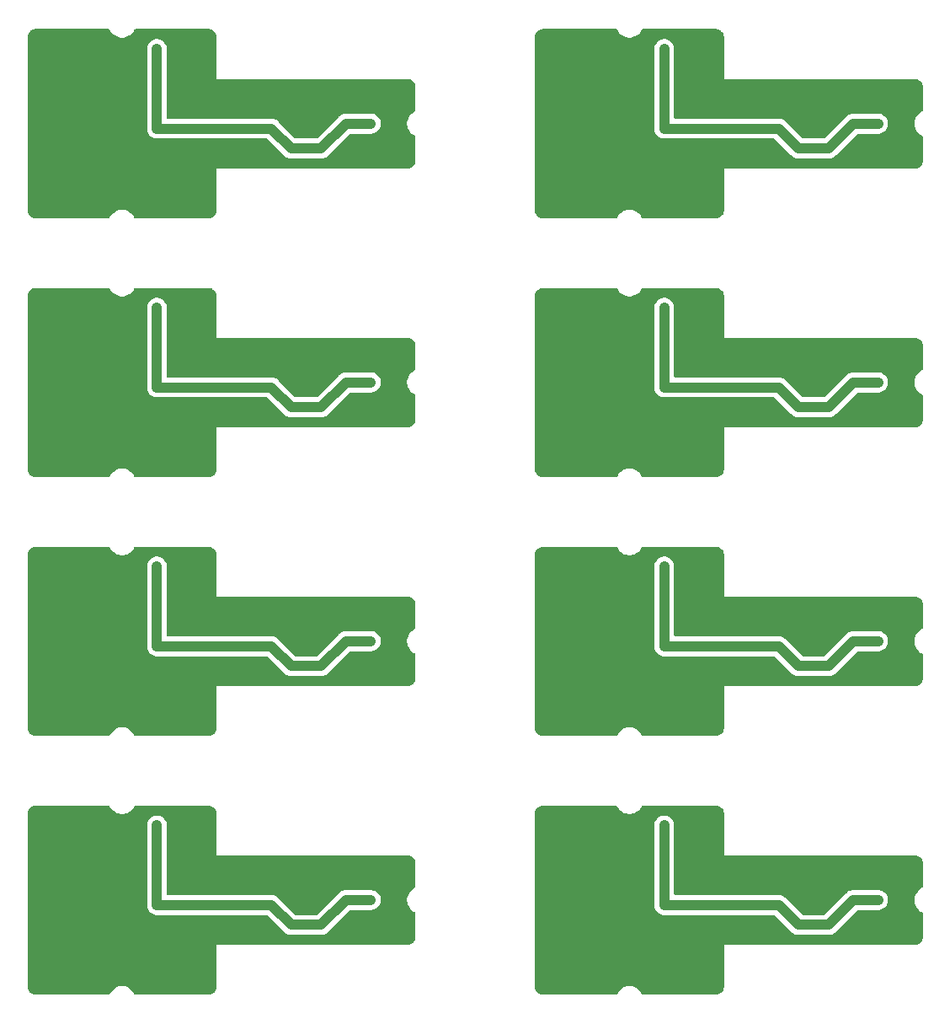
<source format=gbr>
%TF.GenerationSoftware,KiCad,Pcbnew,9.0.3*%
%TF.CreationDate,2025-08-08T18:23:31+02:00*%
%TF.ProjectId,iagabel-panel,69616761-6265-46c2-9d70-616e656c2e6b,rev?*%
%TF.SameCoordinates,Original*%
%TF.FileFunction,Copper,L2,Bot*%
%TF.FilePolarity,Positive*%
%FSLAX46Y46*%
G04 Gerber Fmt 4.6, Leading zero omitted, Abs format (unit mm)*
G04 Created by KiCad (PCBNEW 9.0.3) date 2025-08-08 18:23:31*
%MOMM*%
%LPD*%
G01*
G04 APERTURE LIST*
%TA.AperFunction,ViaPad*%
%ADD10C,0.600000*%
%TD*%
%TA.AperFunction,Conductor*%
%ADD11C,1.000000*%
%TD*%
G04 APERTURE END LIST*
D10*
%TO.N,GND*%
X28000000Y-85500000D03*
X12000000Y-92500000D03*
X9000000Y-82500000D03*
%TO.N,+3.3V*%
X35000000Y-88000000D03*
X13500000Y-81500000D03*
X34000000Y-88000000D03*
X13500000Y-88500000D03*
%TO.N,GND*%
X4500000Y-87000000D03*
X3000000Y-90000000D03*
X21000000Y-92000000D03*
X22000000Y-92000000D03*
X3000000Y-88500000D03*
X7000000Y-94000000D03*
X26500000Y-85500000D03*
X38000000Y-85000000D03*
X3000000Y-85500000D03*
X4500000Y-88500000D03*
X11500000Y-82500000D03*
X30800000Y-87700000D03*
X17900000Y-81600000D03*
X17000000Y-86000000D03*
%TO.N,+3.3V*%
X27000000Y-90500000D03*
%TO.N,GND*%
X3000000Y-87000000D03*
X23500000Y-87000000D03*
%TO.N,+3.3V*%
X13500000Y-87500000D03*
%TO.N,GND*%
X21500000Y-87000000D03*
X27000000Y-92000000D03*
X20000000Y-86000000D03*
X4500000Y-90000000D03*
X29000000Y-92000000D03*
X11000000Y-92500000D03*
X4500000Y-85500000D03*
X38000000Y-88000000D03*
X15000000Y-86000000D03*
X38000000Y-91000000D03*
%TO.N,+3.3V*%
X29000000Y-90500000D03*
X13500000Y-80500000D03*
%TO.N,GND*%
X8000000Y-88000000D03*
%TO.N,+3.3V*%
X64500000Y-62500000D03*
%TO.N,GND*%
X62000000Y-66500000D03*
X66000000Y-60000000D03*
%TO.N,+3.3V*%
X64500000Y-61500000D03*
%TO.N,GND*%
X89000000Y-59000000D03*
X58000000Y-68000000D03*
%TO.N,+3.3V*%
X64500000Y-54500000D03*
X64500000Y-55500000D03*
X85000000Y-62000000D03*
%TO.N,GND*%
X54000000Y-61000000D03*
X60000000Y-56500000D03*
X55500000Y-61000000D03*
X54000000Y-64000000D03*
X72000000Y-66000000D03*
X78000000Y-66000000D03*
X73000000Y-66000000D03*
X54000000Y-62500000D03*
X77500000Y-59500000D03*
X54000000Y-59500000D03*
X71000000Y-60000000D03*
X55500000Y-62500000D03*
X81800000Y-61700000D03*
X68900000Y-55600000D03*
X68000000Y-60000000D03*
%TO.N,+3.3V*%
X78000000Y-64500000D03*
%TO.N,GND*%
X74500000Y-61000000D03*
X55500000Y-64000000D03*
X63000000Y-66500000D03*
X80000000Y-66000000D03*
X62500000Y-56500000D03*
X55500000Y-59500000D03*
X89000000Y-65000000D03*
X72500000Y-61000000D03*
X89000000Y-62000000D03*
X79000000Y-59500000D03*
%TO.N,+3.3V*%
X86000000Y-62000000D03*
X80000000Y-64500000D03*
%TO.N,GND*%
X59000000Y-62000000D03*
X38000000Y-65000000D03*
X20000000Y-60000000D03*
X29000000Y-66000000D03*
X11000000Y-66500000D03*
X4500000Y-62500000D03*
X26500000Y-59500000D03*
%TO.N,+3.3V*%
X13500000Y-54500000D03*
X13500000Y-55500000D03*
X34000000Y-62000000D03*
%TO.N,GND*%
X3000000Y-62500000D03*
%TO.N,+3.3V*%
X13500000Y-62500000D03*
%TO.N,GND*%
X9000000Y-56500000D03*
X27000000Y-66000000D03*
X4500000Y-61000000D03*
X3000000Y-64000000D03*
X21000000Y-66000000D03*
X22000000Y-66000000D03*
X7000000Y-68000000D03*
X11500000Y-56500000D03*
X38000000Y-59000000D03*
X3000000Y-59500000D03*
X30800000Y-61700000D03*
X17900000Y-55600000D03*
X12000000Y-66500000D03*
X17000000Y-60000000D03*
%TO.N,+3.3V*%
X27000000Y-64500000D03*
%TO.N,GND*%
X23500000Y-61000000D03*
X3000000Y-61000000D03*
%TO.N,+3.3V*%
X13500000Y-61500000D03*
%TO.N,GND*%
X4500000Y-59500000D03*
%TO.N,+3.3V*%
X29000000Y-64500000D03*
%TO.N,GND*%
X4500000Y-64000000D03*
X28000000Y-59500000D03*
X21500000Y-61000000D03*
X38000000Y-62000000D03*
X15000000Y-60000000D03*
%TO.N,+3.3V*%
X35000000Y-62000000D03*
%TO.N,GND*%
X8000000Y-62000000D03*
X66000000Y-34000000D03*
X63000000Y-40500000D03*
X68000000Y-34000000D03*
X58000000Y-42000000D03*
X80000000Y-40000000D03*
%TO.N,+3.3V*%
X64500000Y-29500000D03*
X85000000Y-36000000D03*
X64500000Y-36500000D03*
%TO.N,GND*%
X60000000Y-30500000D03*
X55500000Y-35000000D03*
X54000000Y-38000000D03*
X72000000Y-40000000D03*
X73000000Y-40000000D03*
X54000000Y-36500000D03*
X77500000Y-33500000D03*
X89000000Y-33000000D03*
X54000000Y-35000000D03*
X54000000Y-33500000D03*
X55500000Y-38000000D03*
%TO.N,+3.3V*%
X80000000Y-38500000D03*
%TO.N,GND*%
X55500000Y-36500000D03*
X81800000Y-35700000D03*
X68900000Y-29600000D03*
X74500000Y-35000000D03*
%TO.N,+3.3V*%
X78000000Y-38500000D03*
X64500000Y-35500000D03*
%TO.N,GND*%
X78000000Y-40000000D03*
X71000000Y-34000000D03*
X62000000Y-40500000D03*
X62500000Y-30500000D03*
X55500000Y-33500000D03*
X72500000Y-35000000D03*
X89000000Y-36000000D03*
X79000000Y-33500000D03*
%TO.N,+3.3V*%
X86000000Y-36000000D03*
%TO.N,GND*%
X89000000Y-39000000D03*
%TO.N,+3.3V*%
X64500000Y-28500000D03*
%TO.N,GND*%
X59000000Y-36000000D03*
X26500000Y-33500000D03*
X30800000Y-35700000D03*
X3000000Y-38000000D03*
X22000000Y-40000000D03*
%TO.N,+3.3V*%
X13500000Y-35500000D03*
%TO.N,GND*%
X4500000Y-33500000D03*
%TO.N,+3.3V*%
X13500000Y-29500000D03*
X34000000Y-36000000D03*
X13500000Y-36500000D03*
%TO.N,GND*%
X9000000Y-30500000D03*
X4500000Y-35000000D03*
X21000000Y-40000000D03*
X3000000Y-36500000D03*
X12000000Y-40500000D03*
X7000000Y-42000000D03*
X38000000Y-33000000D03*
%TO.N,+3.3V*%
X29000000Y-38500000D03*
%TO.N,GND*%
X3000000Y-33500000D03*
X4500000Y-36500000D03*
X17900000Y-29600000D03*
X17000000Y-34000000D03*
%TO.N,+3.3V*%
X27000000Y-38500000D03*
%TO.N,GND*%
X3000000Y-35000000D03*
X23500000Y-35000000D03*
X27000000Y-40000000D03*
X21500000Y-35000000D03*
X20000000Y-34000000D03*
X4500000Y-38000000D03*
X29000000Y-40000000D03*
X11000000Y-40500000D03*
X11500000Y-30500000D03*
X38000000Y-36000000D03*
X38000000Y-39000000D03*
X15000000Y-34000000D03*
X28000000Y-33500000D03*
%TO.N,+3.3V*%
X35000000Y-36000000D03*
X13500000Y-28500000D03*
%TO.N,GND*%
X8000000Y-36000000D03*
X59000000Y-10000000D03*
X74500000Y-9000000D03*
X68900000Y-3600000D03*
%TO.N,+3.3V*%
X64500000Y-3500000D03*
X85000000Y-10000000D03*
X64500000Y-10500000D03*
%TO.N,GND*%
X60000000Y-4500000D03*
X55500000Y-9000000D03*
X54000000Y-12000000D03*
X72000000Y-14000000D03*
X73000000Y-14000000D03*
X54000000Y-10500000D03*
X58000000Y-16000000D03*
X77500000Y-7500000D03*
X89000000Y-7000000D03*
X54000000Y-7500000D03*
%TO.N,+3.3V*%
X64500000Y-2500000D03*
%TO.N,GND*%
X55500000Y-10500000D03*
X81800000Y-9700000D03*
X68000000Y-8000000D03*
%TO.N,+3.3V*%
X78000000Y-12500000D03*
%TO.N,GND*%
X54000000Y-9000000D03*
X62000000Y-14500000D03*
%TO.N,+3.3V*%
X64500000Y-9500000D03*
%TO.N,GND*%
X78000000Y-14000000D03*
X71000000Y-8000000D03*
X80000000Y-14000000D03*
X55500000Y-12000000D03*
X63000000Y-14500000D03*
X62500000Y-4500000D03*
X55500000Y-7500000D03*
X72500000Y-9000000D03*
X89000000Y-10000000D03*
X66000000Y-8000000D03*
X79000000Y-7500000D03*
%TO.N,+3.3V*%
X86000000Y-10000000D03*
%TO.N,GND*%
X89000000Y-13000000D03*
%TO.N,+3.3V*%
X80000000Y-12500000D03*
X13500000Y-9500000D03*
%TO.N,GND*%
X12000000Y-14500000D03*
X8000000Y-10000000D03*
X30800000Y-9700000D03*
%TO.N,+3.3V*%
X13500000Y-3500000D03*
X34000000Y-10000000D03*
X13500000Y-10500000D03*
%TO.N,GND*%
X9000000Y-4500000D03*
%TO.N,+3.3V*%
X35000000Y-10000000D03*
%TO.N,GND*%
X4500000Y-9000000D03*
X3000000Y-12000000D03*
X4500000Y-7500000D03*
X21000000Y-14000000D03*
X22000000Y-14000000D03*
X3000000Y-10500000D03*
X27000000Y-14000000D03*
X7000000Y-16000000D03*
X26500000Y-7500000D03*
X38000000Y-7000000D03*
X3000000Y-7500000D03*
X4500000Y-10500000D03*
X17900000Y-3600000D03*
X17000000Y-8000000D03*
X23500000Y-9000000D03*
%TO.N,+3.3V*%
X27000000Y-12500000D03*
%TO.N,GND*%
X3000000Y-9000000D03*
X20000000Y-8000000D03*
X4500000Y-12000000D03*
X29000000Y-14000000D03*
X11000000Y-14500000D03*
X11500000Y-4500000D03*
X21500000Y-9000000D03*
X38000000Y-13000000D03*
X38000000Y-10000000D03*
X15000000Y-8000000D03*
X28000000Y-7500000D03*
%TO.N,+3.3V*%
X29000000Y-12500000D03*
X13500000Y-2500000D03*
%TO.N,GND*%
X59000000Y-88000000D03*
%TO.N,+3.3V*%
X64500000Y-81500000D03*
X85000000Y-88000000D03*
X64500000Y-80500000D03*
X80000000Y-90500000D03*
%TO.N,GND*%
X89000000Y-91000000D03*
%TO.N,+3.3V*%
X86000000Y-88000000D03*
%TO.N,GND*%
X79000000Y-85500000D03*
%TO.N,+3.3V*%
X64500000Y-88500000D03*
%TO.N,GND*%
X66000000Y-86000000D03*
X60000000Y-82500000D03*
X55500000Y-87000000D03*
X54000000Y-90000000D03*
X72500000Y-87000000D03*
X89000000Y-88000000D03*
X72000000Y-92000000D03*
X73000000Y-92000000D03*
X54000000Y-88500000D03*
X55500000Y-85500000D03*
X58000000Y-94000000D03*
X77500000Y-85500000D03*
X62500000Y-82500000D03*
X89000000Y-85000000D03*
X62000000Y-92500000D03*
X80000000Y-92000000D03*
X63000000Y-92500000D03*
X54000000Y-85500000D03*
X55500000Y-90000000D03*
X55500000Y-88500000D03*
X71000000Y-86000000D03*
X81800000Y-87700000D03*
X68900000Y-81600000D03*
X68000000Y-86000000D03*
%TO.N,+3.3V*%
X78000000Y-90500000D03*
%TO.N,GND*%
X54000000Y-87000000D03*
X78000000Y-92000000D03*
X74500000Y-87000000D03*
%TO.N,+3.3V*%
X64500000Y-87500000D03*
%TD*%
D11*
%TO.N,+3.3V*%
X32500000Y-88000000D02*
X30000000Y-90500000D01*
X25000000Y-88500000D02*
X27000000Y-90500000D01*
X30000000Y-90500000D02*
X29000000Y-90500000D01*
X13500000Y-87500000D02*
X13500000Y-80500000D01*
X13500000Y-88500000D02*
X13500000Y-87500000D01*
X13500000Y-88500000D02*
X25000000Y-88500000D01*
X35000000Y-88000000D02*
X34000000Y-88000000D01*
X34000000Y-88000000D02*
X32500000Y-88000000D01*
X27000000Y-90500000D02*
X29000000Y-90500000D01*
X83500000Y-62000000D02*
X81000000Y-64500000D01*
X85000000Y-62000000D02*
X83500000Y-62000000D01*
X76000000Y-62500000D02*
X78000000Y-64500000D01*
X81000000Y-64500000D02*
X80000000Y-64500000D01*
X78000000Y-64500000D02*
X80000000Y-64500000D01*
X64500000Y-62500000D02*
X64500000Y-61500000D01*
X64500000Y-61500000D02*
X64500000Y-54500000D01*
X86000000Y-62000000D02*
X85000000Y-62000000D01*
X64500000Y-62500000D02*
X76000000Y-62500000D01*
X32500000Y-62000000D02*
X30000000Y-64500000D01*
X25000000Y-62500000D02*
X27000000Y-64500000D01*
X13500000Y-61500000D02*
X13500000Y-54500000D01*
X35000000Y-62000000D02*
X34000000Y-62000000D01*
X13500000Y-62500000D02*
X25000000Y-62500000D01*
X13500000Y-62500000D02*
X13500000Y-61500000D01*
X30000000Y-64500000D02*
X29000000Y-64500000D01*
X34000000Y-62000000D02*
X32500000Y-62000000D01*
X27000000Y-64500000D02*
X29000000Y-64500000D01*
X83500000Y-36000000D02*
X81000000Y-38500000D01*
X76000000Y-36500000D02*
X78000000Y-38500000D01*
X86000000Y-36000000D02*
X85000000Y-36000000D01*
X81000000Y-38500000D02*
X80000000Y-38500000D01*
X64500000Y-36500000D02*
X64500000Y-35500000D01*
X64500000Y-35500000D02*
X64500000Y-28500000D01*
X85000000Y-36000000D02*
X83500000Y-36000000D01*
X78000000Y-38500000D02*
X80000000Y-38500000D01*
X64500000Y-36500000D02*
X76000000Y-36500000D01*
X13500000Y-36500000D02*
X13500000Y-35500000D01*
X32500000Y-36000000D02*
X30000000Y-38500000D01*
X25000000Y-36500000D02*
X27000000Y-38500000D01*
X13500000Y-36500000D02*
X25000000Y-36500000D01*
X30000000Y-38500000D02*
X29000000Y-38500000D01*
X35000000Y-36000000D02*
X34000000Y-36000000D01*
X13500000Y-35500000D02*
X13500000Y-28500000D01*
X34000000Y-36000000D02*
X32500000Y-36000000D01*
X27000000Y-38500000D02*
X29000000Y-38500000D01*
X78000000Y-12500000D02*
X80000000Y-12500000D01*
X83500000Y-10000000D02*
X81000000Y-12500000D01*
X76000000Y-10500000D02*
X78000000Y-12500000D01*
X86000000Y-10000000D02*
X85000000Y-10000000D01*
X81000000Y-12500000D02*
X80000000Y-12500000D01*
X85000000Y-10000000D02*
X83500000Y-10000000D01*
X64500000Y-10500000D02*
X64500000Y-9500000D01*
X64500000Y-10500000D02*
X76000000Y-10500000D01*
X64500000Y-9500000D02*
X64500000Y-2500000D01*
X35000000Y-10000000D02*
X34000000Y-10000000D01*
X32500000Y-10000000D02*
X30000000Y-12500000D01*
X25000000Y-10500000D02*
X27000000Y-12500000D01*
X30000000Y-12500000D02*
X29000000Y-12500000D01*
X13500000Y-9500000D02*
X13500000Y-2500000D01*
X13500000Y-10500000D02*
X13500000Y-9500000D01*
X34000000Y-10000000D02*
X32500000Y-10000000D01*
X27000000Y-12500000D02*
X29000000Y-12500000D01*
X13500000Y-10500000D02*
X25000000Y-10500000D01*
X64500000Y-88500000D02*
X76000000Y-88500000D01*
X83500000Y-88000000D02*
X81000000Y-90500000D01*
X78000000Y-90500000D02*
X80000000Y-90500000D01*
X76000000Y-88500000D02*
X78000000Y-90500000D01*
X85000000Y-88000000D02*
X83500000Y-88000000D01*
X86000000Y-88000000D02*
X85000000Y-88000000D01*
X64500000Y-87500000D02*
X64500000Y-80500000D01*
X81000000Y-90500000D02*
X80000000Y-90500000D01*
X64500000Y-88500000D02*
X64500000Y-87500000D01*
%TD*%
%TA.AperFunction,Conductor*%
%TO.N,GND*%
G36*
X59730113Y-78519685D02*
G01*
X59773559Y-78567705D01*
X59844951Y-78707820D01*
X59969890Y-78879786D01*
X60120213Y-79030109D01*
X60292179Y-79155048D01*
X60292181Y-79155049D01*
X60292184Y-79155051D01*
X60481588Y-79251557D01*
X60683757Y-79317246D01*
X60893713Y-79350500D01*
X60893714Y-79350500D01*
X61106286Y-79350500D01*
X61106287Y-79350500D01*
X61316243Y-79317246D01*
X61518412Y-79251557D01*
X61707816Y-79155051D01*
X61734223Y-79135865D01*
X61879786Y-79030109D01*
X61879788Y-79030106D01*
X61879792Y-79030104D01*
X62030104Y-78879792D01*
X62030106Y-78879788D01*
X62030109Y-78879786D01*
X62155048Y-78707820D01*
X62155047Y-78707820D01*
X62155051Y-78707816D01*
X62226441Y-78567704D01*
X62274416Y-78516909D01*
X62336926Y-78500000D01*
X63567119Y-78500000D01*
X63567651Y-78500001D01*
X63575763Y-78500035D01*
X63578947Y-78500550D01*
X63683300Y-78500499D01*
X63749192Y-78500499D01*
X69697468Y-78500499D01*
X69711350Y-78501278D01*
X69864132Y-78518493D01*
X69891198Y-78524670D01*
X70014185Y-78567705D01*
X70033921Y-78574611D01*
X70058938Y-78586659D01*
X70186965Y-78667103D01*
X70208672Y-78684415D01*
X70315584Y-78791327D01*
X70332897Y-78813036D01*
X70413340Y-78941061D01*
X70425388Y-78966078D01*
X70475328Y-79108798D01*
X70481506Y-79135869D01*
X70498720Y-79288639D01*
X70499500Y-79302523D01*
X70499500Y-82275004D01*
X70499501Y-82275079D01*
X70499501Y-82302350D01*
X70499895Y-82304839D01*
X70499989Y-82311916D01*
X70499941Y-82312084D01*
X70500000Y-82313559D01*
X70500000Y-83500000D01*
X71686433Y-83500000D01*
X71696156Y-83500382D01*
X71697643Y-83500499D01*
X71697648Y-83500499D01*
X71734108Y-83500499D01*
X89697468Y-83500499D01*
X89711350Y-83501278D01*
X89864132Y-83518493D01*
X89891198Y-83524670D01*
X90033921Y-83574611D01*
X90058938Y-83586659D01*
X90186965Y-83667103D01*
X90208672Y-83684415D01*
X90315584Y-83791327D01*
X90332897Y-83813036D01*
X90413340Y-83941061D01*
X90425388Y-83966078D01*
X90475328Y-84108798D01*
X90481506Y-84135869D01*
X90498720Y-84288639D01*
X90499500Y-84302523D01*
X90499500Y-85309892D01*
X90498802Y-85412872D01*
X90499960Y-85420321D01*
X90499999Y-85429645D01*
X90499968Y-85429750D01*
X90500000Y-85430159D01*
X90500000Y-86663074D01*
X90480315Y-86730113D01*
X90432295Y-86773559D01*
X90292179Y-86844951D01*
X90120213Y-86969890D01*
X89969890Y-87120213D01*
X89844951Y-87292179D01*
X89748444Y-87481585D01*
X89682753Y-87683760D01*
X89649500Y-87893713D01*
X89649500Y-88106286D01*
X89678888Y-88291839D01*
X89682754Y-88316243D01*
X89733982Y-88473907D01*
X89748444Y-88518414D01*
X89844951Y-88707820D01*
X89969890Y-88879786D01*
X90120213Y-89030109D01*
X90292182Y-89155050D01*
X90292184Y-89155051D01*
X90432295Y-89226441D01*
X90483090Y-89274414D01*
X90500000Y-89336925D01*
X90500000Y-90567109D01*
X90499999Y-90567642D01*
X90499964Y-90575756D01*
X90499449Y-90578946D01*
X90499500Y-90683298D01*
X90499500Y-90683659D01*
X90499500Y-91697475D01*
X90498720Y-91711359D01*
X90481506Y-91864130D01*
X90475328Y-91891201D01*
X90425388Y-92033921D01*
X90413340Y-92058938D01*
X90332897Y-92186963D01*
X90315584Y-92208672D01*
X90208672Y-92315584D01*
X90186963Y-92332897D01*
X90058938Y-92413340D01*
X90033921Y-92425388D01*
X89891201Y-92475328D01*
X89864130Y-92481506D01*
X89711369Y-92498719D01*
X89697485Y-92499499D01*
X71727322Y-92499499D01*
X71727242Y-92499500D01*
X71697649Y-92499500D01*
X71695118Y-92499900D01*
X71687967Y-92499990D01*
X71687808Y-92499945D01*
X71686420Y-92500000D01*
X70500000Y-92500000D01*
X70500000Y-93686430D01*
X70499618Y-93696155D01*
X70499500Y-93697643D01*
X70499500Y-96697475D01*
X70498720Y-96711358D01*
X70498720Y-96711359D01*
X70481506Y-96864130D01*
X70475328Y-96891201D01*
X70425388Y-97033921D01*
X70413340Y-97058938D01*
X70332897Y-97186963D01*
X70315584Y-97208672D01*
X70208672Y-97315584D01*
X70186963Y-97332897D01*
X70058938Y-97413340D01*
X70033921Y-97425388D01*
X69891201Y-97475328D01*
X69864130Y-97481506D01*
X69711369Y-97498719D01*
X69697485Y-97499499D01*
X63690105Y-97499499D01*
X63587126Y-97498801D01*
X63579670Y-97499960D01*
X63570346Y-97499999D01*
X63570240Y-97499968D01*
X63569831Y-97500000D01*
X62336926Y-97500000D01*
X62269887Y-97480315D01*
X62226441Y-97432295D01*
X62175795Y-97332897D01*
X62155051Y-97292184D01*
X62155049Y-97292181D01*
X62155048Y-97292179D01*
X62030109Y-97120213D01*
X61879786Y-96969890D01*
X61707820Y-96844951D01*
X61518414Y-96748444D01*
X61518413Y-96748443D01*
X61518412Y-96748443D01*
X61316243Y-96682754D01*
X61316241Y-96682753D01*
X61316240Y-96682753D01*
X61154957Y-96657208D01*
X61106287Y-96649500D01*
X60893713Y-96649500D01*
X60845042Y-96657208D01*
X60683760Y-96682753D01*
X60481585Y-96748444D01*
X60292179Y-96844951D01*
X60120213Y-96969890D01*
X59969890Y-97120213D01*
X59844951Y-97292179D01*
X59773559Y-97432295D01*
X59725584Y-97483091D01*
X59663074Y-97500000D01*
X58432903Y-97500000D01*
X58432369Y-97499999D01*
X58424247Y-97499964D01*
X58421053Y-97499448D01*
X58316700Y-97499499D01*
X52302515Y-97499499D01*
X52288631Y-97498719D01*
X52135869Y-97481506D01*
X52108798Y-97475328D01*
X51966078Y-97425388D01*
X51941061Y-97413340D01*
X51813036Y-97332897D01*
X51791327Y-97315584D01*
X51684415Y-97208672D01*
X51667102Y-97186963D01*
X51625160Y-97120213D01*
X51586659Y-97058938D01*
X51574611Y-97033921D01*
X51524671Y-96891201D01*
X51518493Y-96864129D01*
X51501280Y-96711358D01*
X51500500Y-96697475D01*
X51500500Y-88598543D01*
X63499499Y-88598543D01*
X63537947Y-88791829D01*
X63537950Y-88791839D01*
X63613364Y-88973907D01*
X63613371Y-88973920D01*
X63722860Y-89137781D01*
X63722863Y-89137785D01*
X63862214Y-89277136D01*
X63862218Y-89277139D01*
X64026079Y-89386628D01*
X64026092Y-89386635D01*
X64208160Y-89462049D01*
X64208165Y-89462051D01*
X64208169Y-89462051D01*
X64208170Y-89462052D01*
X64401456Y-89500500D01*
X64401459Y-89500500D01*
X64598541Y-89500500D01*
X75534218Y-89500500D01*
X75601257Y-89520185D01*
X75621899Y-89536819D01*
X77219735Y-91134655D01*
X77219764Y-91134686D01*
X77362214Y-91277136D01*
X77362218Y-91277139D01*
X77526079Y-91386628D01*
X77526092Y-91386635D01*
X77654833Y-91439961D01*
X77697744Y-91457735D01*
X77708164Y-91462051D01*
X77804812Y-91481275D01*
X77853135Y-91490887D01*
X77901458Y-91500500D01*
X77901459Y-91500500D01*
X81098542Y-91500500D01*
X81129566Y-91494328D01*
X81195188Y-91481275D01*
X81291836Y-91462051D01*
X81345165Y-91439961D01*
X81473914Y-91386632D01*
X81637782Y-91277139D01*
X81777139Y-91137782D01*
X81777140Y-91137779D01*
X81784206Y-91130714D01*
X81784208Y-91130710D01*
X83878101Y-89036819D01*
X83939424Y-89003334D01*
X83965782Y-89000500D01*
X86098543Y-89000500D01*
X86232196Y-88973914D01*
X86291835Y-88962051D01*
X86473914Y-88886632D01*
X86637782Y-88777139D01*
X86777139Y-88637782D01*
X86886632Y-88473914D01*
X86962051Y-88291835D01*
X86974632Y-88228582D01*
X87000500Y-88098543D01*
X87000500Y-87901456D01*
X86962052Y-87708170D01*
X86962051Y-87708169D01*
X86962051Y-87708165D01*
X86951941Y-87683757D01*
X86886635Y-87526092D01*
X86886628Y-87526079D01*
X86777139Y-87362218D01*
X86777136Y-87362214D01*
X86637785Y-87222863D01*
X86637781Y-87222860D01*
X86473920Y-87113371D01*
X86473907Y-87113364D01*
X86291839Y-87037950D01*
X86291829Y-87037947D01*
X86098543Y-86999500D01*
X86098541Y-86999500D01*
X85098541Y-86999500D01*
X83401459Y-86999500D01*
X83401455Y-86999500D01*
X83304812Y-87018724D01*
X83208167Y-87037947D01*
X83208161Y-87037949D01*
X83154834Y-87060037D01*
X83154834Y-87060038D01*
X83109315Y-87078892D01*
X83026089Y-87113366D01*
X83026079Y-87113371D01*
X82862219Y-87222859D01*
X82792900Y-87292179D01*
X82722861Y-87362218D01*
X82722858Y-87362221D01*
X80621899Y-89463181D01*
X80560576Y-89496666D01*
X80534218Y-89499500D01*
X78465782Y-89499500D01*
X78398743Y-89479815D01*
X78378101Y-89463181D01*
X76781479Y-87866559D01*
X76781459Y-87866537D01*
X76637785Y-87722863D01*
X76637781Y-87722860D01*
X76473920Y-87613371D01*
X76473911Y-87613366D01*
X76401315Y-87583296D01*
X76345165Y-87560038D01*
X76291836Y-87537949D01*
X76291832Y-87537948D01*
X76291828Y-87537946D01*
X76195188Y-87518724D01*
X76098544Y-87499500D01*
X76098541Y-87499500D01*
X65624500Y-87499500D01*
X65557461Y-87479815D01*
X65511706Y-87427011D01*
X65500500Y-87375500D01*
X65500500Y-80401456D01*
X65462052Y-80208170D01*
X65462051Y-80208169D01*
X65462051Y-80208165D01*
X65462049Y-80208160D01*
X65386635Y-80026092D01*
X65386628Y-80026079D01*
X65277139Y-79862218D01*
X65277136Y-79862214D01*
X65137785Y-79722863D01*
X65137781Y-79722860D01*
X64973920Y-79613371D01*
X64973907Y-79613364D01*
X64791839Y-79537950D01*
X64791829Y-79537947D01*
X64598543Y-79499500D01*
X64598541Y-79499500D01*
X64401459Y-79499500D01*
X64401457Y-79499500D01*
X64208170Y-79537947D01*
X64208160Y-79537950D01*
X64026092Y-79613364D01*
X64026079Y-79613371D01*
X63862218Y-79722860D01*
X63862214Y-79722863D01*
X63722863Y-79862214D01*
X63722860Y-79862218D01*
X63613371Y-80026079D01*
X63613364Y-80026092D01*
X63537950Y-80208160D01*
X63537947Y-80208170D01*
X63499500Y-80401456D01*
X63499500Y-80401459D01*
X63499500Y-87401459D01*
X63499500Y-88598541D01*
X63499500Y-88598543D01*
X63499499Y-88598543D01*
X51500500Y-88598543D01*
X51500500Y-79302523D01*
X51501280Y-79288639D01*
X51518493Y-79135865D01*
X51524669Y-79108803D01*
X51574612Y-78966075D01*
X51586657Y-78941064D01*
X51667106Y-78813030D01*
X51684411Y-78791331D01*
X51791331Y-78684411D01*
X51813030Y-78667106D01*
X51941064Y-78586657D01*
X51966075Y-78574612D01*
X52108803Y-78524669D01*
X52135865Y-78518493D01*
X52288649Y-78501278D01*
X52302532Y-78500499D01*
X58250848Y-78500499D01*
X58316740Y-78500499D01*
X58316740Y-78500500D01*
X58421092Y-78500551D01*
X58424284Y-78500035D01*
X58432408Y-78500001D01*
X58432468Y-78500018D01*
X58432932Y-78500000D01*
X59663074Y-78500000D01*
X59730113Y-78519685D01*
G37*
%TD.AperFunction*%
%TD*%
%TA.AperFunction,Conductor*%
%TO.N,GND*%
G36*
X8730113Y-519685D02*
G01*
X8773559Y-567705D01*
X8844951Y-707820D01*
X8969890Y-879786D01*
X9120213Y-1030109D01*
X9292179Y-1155048D01*
X9292181Y-1155049D01*
X9292184Y-1155051D01*
X9481588Y-1251557D01*
X9683757Y-1317246D01*
X9893713Y-1350500D01*
X9893714Y-1350500D01*
X10106286Y-1350500D01*
X10106287Y-1350500D01*
X10316243Y-1317246D01*
X10518412Y-1251557D01*
X10707816Y-1155051D01*
X10734223Y-1135865D01*
X10879786Y-1030109D01*
X10879788Y-1030106D01*
X10879792Y-1030104D01*
X11030104Y-879792D01*
X11030106Y-879788D01*
X11030109Y-879786D01*
X11155048Y-707820D01*
X11155047Y-707820D01*
X11155051Y-707816D01*
X11226441Y-567704D01*
X11274416Y-516909D01*
X11336926Y-500000D01*
X12567119Y-500000D01*
X12567651Y-500001D01*
X12575763Y-500035D01*
X12578947Y-500550D01*
X12683300Y-500499D01*
X12749192Y-500499D01*
X18697468Y-500499D01*
X18711350Y-501278D01*
X18864132Y-518493D01*
X18891198Y-524670D01*
X19014185Y-567705D01*
X19033921Y-574611D01*
X19058938Y-586659D01*
X19186965Y-667103D01*
X19208672Y-684415D01*
X19315584Y-791327D01*
X19332897Y-813036D01*
X19413340Y-941061D01*
X19425388Y-966078D01*
X19475328Y-1108798D01*
X19481506Y-1135869D01*
X19498720Y-1288639D01*
X19499500Y-1302523D01*
X19499500Y-4275004D01*
X19499501Y-4275079D01*
X19499501Y-4302350D01*
X19499895Y-4304839D01*
X19499989Y-4311916D01*
X19499941Y-4312084D01*
X19500000Y-4313559D01*
X19500000Y-5500000D01*
X20686433Y-5500000D01*
X20696156Y-5500382D01*
X20697643Y-5500499D01*
X20697648Y-5500499D01*
X20734108Y-5500499D01*
X38697468Y-5500499D01*
X38711350Y-5501278D01*
X38864132Y-5518493D01*
X38891198Y-5524670D01*
X39033921Y-5574611D01*
X39058938Y-5586659D01*
X39186965Y-5667103D01*
X39208672Y-5684415D01*
X39315584Y-5791327D01*
X39332897Y-5813036D01*
X39413340Y-5941061D01*
X39425388Y-5966078D01*
X39475328Y-6108798D01*
X39481506Y-6135869D01*
X39498720Y-6288639D01*
X39499500Y-6302523D01*
X39499500Y-7309892D01*
X39498802Y-7412872D01*
X39499960Y-7420321D01*
X39499999Y-7429645D01*
X39499968Y-7429750D01*
X39500000Y-7430159D01*
X39500000Y-8663074D01*
X39480315Y-8730113D01*
X39432295Y-8773559D01*
X39292179Y-8844951D01*
X39120213Y-8969890D01*
X38969890Y-9120213D01*
X38844951Y-9292179D01*
X38748444Y-9481585D01*
X38682753Y-9683760D01*
X38649500Y-9893713D01*
X38649500Y-10106286D01*
X38678888Y-10291839D01*
X38682754Y-10316243D01*
X38733982Y-10473907D01*
X38748444Y-10518414D01*
X38844951Y-10707820D01*
X38969890Y-10879786D01*
X39120213Y-11030109D01*
X39292182Y-11155050D01*
X39292184Y-11155051D01*
X39432295Y-11226441D01*
X39483090Y-11274414D01*
X39500000Y-11336925D01*
X39500000Y-12567109D01*
X39499999Y-12567642D01*
X39499964Y-12575756D01*
X39499449Y-12578946D01*
X39499500Y-12683298D01*
X39499500Y-12683659D01*
X39499500Y-13697475D01*
X39498720Y-13711359D01*
X39481506Y-13864130D01*
X39475328Y-13891201D01*
X39425388Y-14033921D01*
X39413340Y-14058938D01*
X39332897Y-14186963D01*
X39315584Y-14208672D01*
X39208672Y-14315584D01*
X39186963Y-14332897D01*
X39058938Y-14413340D01*
X39033921Y-14425388D01*
X38891201Y-14475328D01*
X38864130Y-14481506D01*
X38711369Y-14498719D01*
X38697485Y-14499499D01*
X20727322Y-14499499D01*
X20727242Y-14499500D01*
X20697649Y-14499500D01*
X20695118Y-14499900D01*
X20687967Y-14499990D01*
X20687808Y-14499945D01*
X20686420Y-14500000D01*
X19500000Y-14500000D01*
X19500000Y-15686430D01*
X19499618Y-15696155D01*
X19499500Y-15697643D01*
X19499500Y-18697475D01*
X19498720Y-18711358D01*
X19498720Y-18711359D01*
X19481506Y-18864130D01*
X19475328Y-18891201D01*
X19425388Y-19033921D01*
X19413340Y-19058938D01*
X19332897Y-19186963D01*
X19315584Y-19208672D01*
X19208672Y-19315584D01*
X19186963Y-19332897D01*
X19058938Y-19413340D01*
X19033921Y-19425388D01*
X18891201Y-19475328D01*
X18864130Y-19481506D01*
X18711369Y-19498719D01*
X18697485Y-19499499D01*
X12690105Y-19499499D01*
X12587126Y-19498801D01*
X12579670Y-19499960D01*
X12570346Y-19499999D01*
X12570240Y-19499968D01*
X12569831Y-19500000D01*
X11336926Y-19500000D01*
X11269887Y-19480315D01*
X11226441Y-19432295D01*
X11175795Y-19332897D01*
X11155051Y-19292184D01*
X11155049Y-19292181D01*
X11155048Y-19292179D01*
X11030109Y-19120213D01*
X10879786Y-18969890D01*
X10707820Y-18844951D01*
X10518414Y-18748444D01*
X10518413Y-18748443D01*
X10518412Y-18748443D01*
X10316243Y-18682754D01*
X10316241Y-18682753D01*
X10316240Y-18682753D01*
X10154957Y-18657208D01*
X10106287Y-18649500D01*
X9893713Y-18649500D01*
X9845042Y-18657208D01*
X9683760Y-18682753D01*
X9481585Y-18748444D01*
X9292179Y-18844951D01*
X9120213Y-18969890D01*
X8969890Y-19120213D01*
X8844951Y-19292179D01*
X8773559Y-19432295D01*
X8725584Y-19483091D01*
X8663074Y-19500000D01*
X7432903Y-19500000D01*
X7432369Y-19499999D01*
X7424247Y-19499964D01*
X7421053Y-19499448D01*
X7316700Y-19499499D01*
X1302515Y-19499499D01*
X1288631Y-19498719D01*
X1135869Y-19481506D01*
X1108798Y-19475328D01*
X966078Y-19425388D01*
X941061Y-19413340D01*
X813036Y-19332897D01*
X791327Y-19315584D01*
X684415Y-19208672D01*
X667102Y-19186963D01*
X625160Y-19120213D01*
X586659Y-19058938D01*
X574611Y-19033921D01*
X524671Y-18891201D01*
X518493Y-18864129D01*
X501280Y-18711358D01*
X500500Y-18697475D01*
X500500Y-10598543D01*
X12499499Y-10598543D01*
X12537947Y-10791829D01*
X12537950Y-10791839D01*
X12613364Y-10973907D01*
X12613371Y-10973920D01*
X12722860Y-11137781D01*
X12722863Y-11137785D01*
X12862214Y-11277136D01*
X12862218Y-11277139D01*
X13026079Y-11386628D01*
X13026092Y-11386635D01*
X13208160Y-11462049D01*
X13208165Y-11462051D01*
X13208169Y-11462051D01*
X13208170Y-11462052D01*
X13401456Y-11500500D01*
X13401459Y-11500500D01*
X13598541Y-11500500D01*
X24534218Y-11500500D01*
X24601257Y-11520185D01*
X24621899Y-11536819D01*
X26219735Y-13134655D01*
X26219764Y-13134686D01*
X26362214Y-13277136D01*
X26362218Y-13277139D01*
X26526079Y-13386628D01*
X26526092Y-13386635D01*
X26654833Y-13439961D01*
X26697744Y-13457735D01*
X26708164Y-13462051D01*
X26804812Y-13481275D01*
X26853135Y-13490887D01*
X26901458Y-13500500D01*
X26901459Y-13500500D01*
X30098542Y-13500500D01*
X30129566Y-13494328D01*
X30195188Y-13481275D01*
X30291836Y-13462051D01*
X30345165Y-13439961D01*
X30473914Y-13386632D01*
X30637782Y-13277139D01*
X30777139Y-13137782D01*
X30777140Y-13137779D01*
X30784206Y-13130714D01*
X30784208Y-13130710D01*
X32878101Y-11036819D01*
X32939424Y-11003334D01*
X32965782Y-11000500D01*
X35098543Y-11000500D01*
X35232196Y-10973914D01*
X35291835Y-10962051D01*
X35473914Y-10886632D01*
X35637782Y-10777139D01*
X35777139Y-10637782D01*
X35886632Y-10473914D01*
X35962051Y-10291835D01*
X35974632Y-10228582D01*
X36000500Y-10098543D01*
X36000500Y-9901456D01*
X35962052Y-9708170D01*
X35962051Y-9708169D01*
X35962051Y-9708165D01*
X35951941Y-9683757D01*
X35886635Y-9526092D01*
X35886628Y-9526079D01*
X35777139Y-9362218D01*
X35777136Y-9362214D01*
X35637785Y-9222863D01*
X35637781Y-9222860D01*
X35473920Y-9113371D01*
X35473907Y-9113364D01*
X35291839Y-9037950D01*
X35291829Y-9037947D01*
X35098543Y-8999500D01*
X35098541Y-8999500D01*
X34098541Y-8999500D01*
X32401459Y-8999500D01*
X32401455Y-8999500D01*
X32304812Y-9018724D01*
X32208167Y-9037947D01*
X32208161Y-9037949D01*
X32154834Y-9060037D01*
X32154834Y-9060038D01*
X32109315Y-9078892D01*
X32026089Y-9113366D01*
X32026079Y-9113371D01*
X31862219Y-9222859D01*
X31792900Y-9292179D01*
X31722861Y-9362218D01*
X31722858Y-9362221D01*
X29621899Y-11463181D01*
X29560576Y-11496666D01*
X29534218Y-11499500D01*
X27465782Y-11499500D01*
X27398743Y-11479815D01*
X27378101Y-11463181D01*
X25781479Y-9866559D01*
X25781459Y-9866537D01*
X25637785Y-9722863D01*
X25637781Y-9722860D01*
X25473920Y-9613371D01*
X25473911Y-9613366D01*
X25401315Y-9583296D01*
X25345165Y-9560038D01*
X25291836Y-9537949D01*
X25291832Y-9537948D01*
X25291828Y-9537946D01*
X25195188Y-9518724D01*
X25098544Y-9499500D01*
X25098541Y-9499500D01*
X14624500Y-9499500D01*
X14557461Y-9479815D01*
X14511706Y-9427011D01*
X14500500Y-9375500D01*
X14500500Y-2401456D01*
X14462052Y-2208170D01*
X14462051Y-2208169D01*
X14462051Y-2208165D01*
X14462049Y-2208160D01*
X14386635Y-2026092D01*
X14386628Y-2026079D01*
X14277139Y-1862218D01*
X14277136Y-1862214D01*
X14137785Y-1722863D01*
X14137781Y-1722860D01*
X13973920Y-1613371D01*
X13973907Y-1613364D01*
X13791839Y-1537950D01*
X13791829Y-1537947D01*
X13598543Y-1499500D01*
X13598541Y-1499500D01*
X13401459Y-1499500D01*
X13401457Y-1499500D01*
X13208170Y-1537947D01*
X13208160Y-1537950D01*
X13026092Y-1613364D01*
X13026079Y-1613371D01*
X12862218Y-1722860D01*
X12862214Y-1722863D01*
X12722863Y-1862214D01*
X12722860Y-1862218D01*
X12613371Y-2026079D01*
X12613364Y-2026092D01*
X12537950Y-2208160D01*
X12537947Y-2208170D01*
X12499500Y-2401456D01*
X12499500Y-2401459D01*
X12499500Y-9401459D01*
X12499500Y-10598541D01*
X12499500Y-10598543D01*
X12499499Y-10598543D01*
X500500Y-10598543D01*
X500500Y-1302523D01*
X501280Y-1288639D01*
X518493Y-1135865D01*
X524669Y-1108803D01*
X574612Y-966075D01*
X586657Y-941064D01*
X667106Y-813030D01*
X684411Y-791331D01*
X791331Y-684411D01*
X813030Y-667106D01*
X941064Y-586657D01*
X966075Y-574612D01*
X1108803Y-524669D01*
X1135865Y-518493D01*
X1288649Y-501278D01*
X1302532Y-500499D01*
X7250848Y-500499D01*
X7316740Y-500499D01*
X7316740Y-500500D01*
X7421092Y-500551D01*
X7424284Y-500035D01*
X7432408Y-500001D01*
X7432468Y-500018D01*
X7432932Y-500000D01*
X8663074Y-500000D01*
X8730113Y-519685D01*
G37*
%TD.AperFunction*%
%TD*%
%TA.AperFunction,Conductor*%
%TO.N,GND*%
G36*
X59730113Y-519685D02*
G01*
X59773559Y-567705D01*
X59844951Y-707820D01*
X59969890Y-879786D01*
X60120213Y-1030109D01*
X60292179Y-1155048D01*
X60292181Y-1155049D01*
X60292184Y-1155051D01*
X60481588Y-1251557D01*
X60683757Y-1317246D01*
X60893713Y-1350500D01*
X60893714Y-1350500D01*
X61106286Y-1350500D01*
X61106287Y-1350500D01*
X61316243Y-1317246D01*
X61518412Y-1251557D01*
X61707816Y-1155051D01*
X61734223Y-1135865D01*
X61879786Y-1030109D01*
X61879788Y-1030106D01*
X61879792Y-1030104D01*
X62030104Y-879792D01*
X62030106Y-879788D01*
X62030109Y-879786D01*
X62155048Y-707820D01*
X62155047Y-707820D01*
X62155051Y-707816D01*
X62226441Y-567704D01*
X62274416Y-516909D01*
X62336926Y-500000D01*
X63567119Y-500000D01*
X63567651Y-500001D01*
X63575763Y-500035D01*
X63578947Y-500550D01*
X63683300Y-500499D01*
X63749192Y-500499D01*
X69697468Y-500499D01*
X69711350Y-501278D01*
X69864132Y-518493D01*
X69891198Y-524670D01*
X70014185Y-567705D01*
X70033921Y-574611D01*
X70058938Y-586659D01*
X70186965Y-667103D01*
X70208672Y-684415D01*
X70315584Y-791327D01*
X70332897Y-813036D01*
X70413340Y-941061D01*
X70425388Y-966078D01*
X70475328Y-1108798D01*
X70481506Y-1135869D01*
X70498720Y-1288639D01*
X70499500Y-1302523D01*
X70499500Y-4275004D01*
X70499501Y-4275079D01*
X70499501Y-4302350D01*
X70499895Y-4304839D01*
X70499989Y-4311916D01*
X70499941Y-4312084D01*
X70500000Y-4313559D01*
X70500000Y-5500000D01*
X71686433Y-5500000D01*
X71696156Y-5500382D01*
X71697643Y-5500499D01*
X71697648Y-5500499D01*
X71734108Y-5500499D01*
X89697468Y-5500499D01*
X89711350Y-5501278D01*
X89864132Y-5518493D01*
X89891198Y-5524670D01*
X90033921Y-5574611D01*
X90058938Y-5586659D01*
X90186965Y-5667103D01*
X90208672Y-5684415D01*
X90315584Y-5791327D01*
X90332897Y-5813036D01*
X90413340Y-5941061D01*
X90425388Y-5966078D01*
X90475328Y-6108798D01*
X90481506Y-6135869D01*
X90498720Y-6288639D01*
X90499500Y-6302523D01*
X90499500Y-7309892D01*
X90498802Y-7412872D01*
X90499960Y-7420321D01*
X90499999Y-7429645D01*
X90499968Y-7429750D01*
X90500000Y-7430159D01*
X90500000Y-8663074D01*
X90480315Y-8730113D01*
X90432295Y-8773559D01*
X90292179Y-8844951D01*
X90120213Y-8969890D01*
X89969890Y-9120213D01*
X89844951Y-9292179D01*
X89748444Y-9481585D01*
X89682753Y-9683760D01*
X89649500Y-9893713D01*
X89649500Y-10106286D01*
X89678888Y-10291839D01*
X89682754Y-10316243D01*
X89733982Y-10473907D01*
X89748444Y-10518414D01*
X89844951Y-10707820D01*
X89969890Y-10879786D01*
X90120213Y-11030109D01*
X90292182Y-11155050D01*
X90292184Y-11155051D01*
X90432295Y-11226441D01*
X90483090Y-11274414D01*
X90500000Y-11336925D01*
X90500000Y-12567109D01*
X90499999Y-12567642D01*
X90499964Y-12575756D01*
X90499449Y-12578946D01*
X90499500Y-12683298D01*
X90499500Y-12683659D01*
X90499500Y-13697475D01*
X90498720Y-13711359D01*
X90481506Y-13864130D01*
X90475328Y-13891201D01*
X90425388Y-14033921D01*
X90413340Y-14058938D01*
X90332897Y-14186963D01*
X90315584Y-14208672D01*
X90208672Y-14315584D01*
X90186963Y-14332897D01*
X90058938Y-14413340D01*
X90033921Y-14425388D01*
X89891201Y-14475328D01*
X89864130Y-14481506D01*
X89711369Y-14498719D01*
X89697485Y-14499499D01*
X71727322Y-14499499D01*
X71727242Y-14499500D01*
X71697649Y-14499500D01*
X71695118Y-14499900D01*
X71687967Y-14499990D01*
X71687808Y-14499945D01*
X71686420Y-14500000D01*
X70500000Y-14500000D01*
X70500000Y-15686430D01*
X70499618Y-15696155D01*
X70499500Y-15697643D01*
X70499500Y-18697475D01*
X70498720Y-18711358D01*
X70498720Y-18711359D01*
X70481506Y-18864130D01*
X70475328Y-18891201D01*
X70425388Y-19033921D01*
X70413340Y-19058938D01*
X70332897Y-19186963D01*
X70315584Y-19208672D01*
X70208672Y-19315584D01*
X70186963Y-19332897D01*
X70058938Y-19413340D01*
X70033921Y-19425388D01*
X69891201Y-19475328D01*
X69864130Y-19481506D01*
X69711369Y-19498719D01*
X69697485Y-19499499D01*
X63690105Y-19499499D01*
X63587126Y-19498801D01*
X63579670Y-19499960D01*
X63570346Y-19499999D01*
X63570240Y-19499968D01*
X63569831Y-19500000D01*
X62336926Y-19500000D01*
X62269887Y-19480315D01*
X62226441Y-19432295D01*
X62175795Y-19332897D01*
X62155051Y-19292184D01*
X62155049Y-19292181D01*
X62155048Y-19292179D01*
X62030109Y-19120213D01*
X61879786Y-18969890D01*
X61707820Y-18844951D01*
X61518414Y-18748444D01*
X61518413Y-18748443D01*
X61518412Y-18748443D01*
X61316243Y-18682754D01*
X61316241Y-18682753D01*
X61316240Y-18682753D01*
X61154957Y-18657208D01*
X61106287Y-18649500D01*
X60893713Y-18649500D01*
X60845042Y-18657208D01*
X60683760Y-18682753D01*
X60481585Y-18748444D01*
X60292179Y-18844951D01*
X60120213Y-18969890D01*
X59969890Y-19120213D01*
X59844951Y-19292179D01*
X59773559Y-19432295D01*
X59725584Y-19483091D01*
X59663074Y-19500000D01*
X58432903Y-19500000D01*
X58432369Y-19499999D01*
X58424247Y-19499964D01*
X58421053Y-19499448D01*
X58316700Y-19499499D01*
X52302515Y-19499499D01*
X52288631Y-19498719D01*
X52135869Y-19481506D01*
X52108798Y-19475328D01*
X51966078Y-19425388D01*
X51941061Y-19413340D01*
X51813036Y-19332897D01*
X51791327Y-19315584D01*
X51684415Y-19208672D01*
X51667102Y-19186963D01*
X51625160Y-19120213D01*
X51586659Y-19058938D01*
X51574611Y-19033921D01*
X51524671Y-18891201D01*
X51518493Y-18864129D01*
X51501280Y-18711358D01*
X51500500Y-18697475D01*
X51500500Y-10598543D01*
X63499499Y-10598543D01*
X63537947Y-10791829D01*
X63537950Y-10791839D01*
X63613364Y-10973907D01*
X63613371Y-10973920D01*
X63722860Y-11137781D01*
X63722863Y-11137785D01*
X63862214Y-11277136D01*
X63862218Y-11277139D01*
X64026079Y-11386628D01*
X64026092Y-11386635D01*
X64208160Y-11462049D01*
X64208165Y-11462051D01*
X64208169Y-11462051D01*
X64208170Y-11462052D01*
X64401456Y-11500500D01*
X64401459Y-11500500D01*
X64598541Y-11500500D01*
X75534218Y-11500500D01*
X75601257Y-11520185D01*
X75621899Y-11536819D01*
X77219735Y-13134655D01*
X77219764Y-13134686D01*
X77362214Y-13277136D01*
X77362218Y-13277139D01*
X77526079Y-13386628D01*
X77526092Y-13386635D01*
X77654833Y-13439961D01*
X77697744Y-13457735D01*
X77708164Y-13462051D01*
X77804812Y-13481275D01*
X77853135Y-13490887D01*
X77901458Y-13500500D01*
X77901459Y-13500500D01*
X81098542Y-13500500D01*
X81129566Y-13494328D01*
X81195188Y-13481275D01*
X81291836Y-13462051D01*
X81345165Y-13439961D01*
X81473914Y-13386632D01*
X81637782Y-13277139D01*
X81777139Y-13137782D01*
X81777140Y-13137779D01*
X81784206Y-13130714D01*
X81784208Y-13130710D01*
X83878101Y-11036819D01*
X83939424Y-11003334D01*
X83965782Y-11000500D01*
X86098543Y-11000500D01*
X86232196Y-10973914D01*
X86291835Y-10962051D01*
X86473914Y-10886632D01*
X86637782Y-10777139D01*
X86777139Y-10637782D01*
X86886632Y-10473914D01*
X86962051Y-10291835D01*
X86974632Y-10228582D01*
X87000500Y-10098543D01*
X87000500Y-9901456D01*
X86962052Y-9708170D01*
X86962051Y-9708169D01*
X86962051Y-9708165D01*
X86951941Y-9683757D01*
X86886635Y-9526092D01*
X86886628Y-9526079D01*
X86777139Y-9362218D01*
X86777136Y-9362214D01*
X86637785Y-9222863D01*
X86637781Y-9222860D01*
X86473920Y-9113371D01*
X86473907Y-9113364D01*
X86291839Y-9037950D01*
X86291829Y-9037947D01*
X86098543Y-8999500D01*
X86098541Y-8999500D01*
X85098541Y-8999500D01*
X83401459Y-8999500D01*
X83401455Y-8999500D01*
X83304812Y-9018724D01*
X83208167Y-9037947D01*
X83208161Y-9037949D01*
X83154834Y-9060037D01*
X83154834Y-9060038D01*
X83109315Y-9078892D01*
X83026089Y-9113366D01*
X83026079Y-9113371D01*
X82862219Y-9222859D01*
X82792900Y-9292179D01*
X82722861Y-9362218D01*
X82722858Y-9362221D01*
X80621899Y-11463181D01*
X80560576Y-11496666D01*
X80534218Y-11499500D01*
X78465782Y-11499500D01*
X78398743Y-11479815D01*
X78378101Y-11463181D01*
X76781479Y-9866559D01*
X76781459Y-9866537D01*
X76637785Y-9722863D01*
X76637781Y-9722860D01*
X76473920Y-9613371D01*
X76473911Y-9613366D01*
X76401315Y-9583296D01*
X76345165Y-9560038D01*
X76291836Y-9537949D01*
X76291832Y-9537948D01*
X76291828Y-9537946D01*
X76195188Y-9518724D01*
X76098544Y-9499500D01*
X76098541Y-9499500D01*
X65624500Y-9499500D01*
X65557461Y-9479815D01*
X65511706Y-9427011D01*
X65500500Y-9375500D01*
X65500500Y-2401456D01*
X65462052Y-2208170D01*
X65462051Y-2208169D01*
X65462051Y-2208165D01*
X65462049Y-2208160D01*
X65386635Y-2026092D01*
X65386628Y-2026079D01*
X65277139Y-1862218D01*
X65277136Y-1862214D01*
X65137785Y-1722863D01*
X65137781Y-1722860D01*
X64973920Y-1613371D01*
X64973907Y-1613364D01*
X64791839Y-1537950D01*
X64791829Y-1537947D01*
X64598543Y-1499500D01*
X64598541Y-1499500D01*
X64401459Y-1499500D01*
X64401457Y-1499500D01*
X64208170Y-1537947D01*
X64208160Y-1537950D01*
X64026092Y-1613364D01*
X64026079Y-1613371D01*
X63862218Y-1722860D01*
X63862214Y-1722863D01*
X63722863Y-1862214D01*
X63722860Y-1862218D01*
X63613371Y-2026079D01*
X63613364Y-2026092D01*
X63537950Y-2208160D01*
X63537947Y-2208170D01*
X63499500Y-2401456D01*
X63499500Y-2401459D01*
X63499500Y-9401459D01*
X63499500Y-10598541D01*
X63499500Y-10598543D01*
X63499499Y-10598543D01*
X51500500Y-10598543D01*
X51500500Y-1302523D01*
X51501280Y-1288639D01*
X51518493Y-1135865D01*
X51524669Y-1108803D01*
X51574612Y-966075D01*
X51586657Y-941064D01*
X51667106Y-813030D01*
X51684411Y-791331D01*
X51791331Y-684411D01*
X51813030Y-667106D01*
X51941064Y-586657D01*
X51966075Y-574612D01*
X52108803Y-524669D01*
X52135865Y-518493D01*
X52288649Y-501278D01*
X52302532Y-500499D01*
X58250848Y-500499D01*
X58316740Y-500499D01*
X58316740Y-500500D01*
X58421092Y-500551D01*
X58424284Y-500035D01*
X58432408Y-500001D01*
X58432468Y-500018D01*
X58432932Y-500000D01*
X59663074Y-500000D01*
X59730113Y-519685D01*
G37*
%TD.AperFunction*%
%TD*%
%TA.AperFunction,Conductor*%
%TO.N,GND*%
G36*
X8730113Y-26519685D02*
G01*
X8773559Y-26567705D01*
X8844951Y-26707820D01*
X8969890Y-26879786D01*
X9120213Y-27030109D01*
X9292179Y-27155048D01*
X9292181Y-27155049D01*
X9292184Y-27155051D01*
X9481588Y-27251557D01*
X9683757Y-27317246D01*
X9893713Y-27350500D01*
X9893714Y-27350500D01*
X10106286Y-27350500D01*
X10106287Y-27350500D01*
X10316243Y-27317246D01*
X10518412Y-27251557D01*
X10707816Y-27155051D01*
X10734223Y-27135865D01*
X10879786Y-27030109D01*
X10879788Y-27030106D01*
X10879792Y-27030104D01*
X11030104Y-26879792D01*
X11030106Y-26879788D01*
X11030109Y-26879786D01*
X11155048Y-26707820D01*
X11155047Y-26707820D01*
X11155051Y-26707816D01*
X11226441Y-26567704D01*
X11274416Y-26516909D01*
X11336926Y-26500000D01*
X12567119Y-26500000D01*
X12567651Y-26500001D01*
X12575763Y-26500035D01*
X12578947Y-26500550D01*
X12683300Y-26500499D01*
X12749192Y-26500499D01*
X18697468Y-26500499D01*
X18711350Y-26501278D01*
X18864132Y-26518493D01*
X18891198Y-26524670D01*
X19014185Y-26567705D01*
X19033921Y-26574611D01*
X19058938Y-26586659D01*
X19186965Y-26667103D01*
X19208672Y-26684415D01*
X19315584Y-26791327D01*
X19332897Y-26813036D01*
X19413340Y-26941061D01*
X19425388Y-26966078D01*
X19475328Y-27108798D01*
X19481506Y-27135869D01*
X19498720Y-27288639D01*
X19499500Y-27302523D01*
X19499500Y-30275004D01*
X19499501Y-30275079D01*
X19499501Y-30302350D01*
X19499895Y-30304839D01*
X19499989Y-30311916D01*
X19499941Y-30312084D01*
X19500000Y-30313559D01*
X19500000Y-31500000D01*
X20686433Y-31500000D01*
X20696156Y-31500382D01*
X20697643Y-31500499D01*
X20697648Y-31500499D01*
X20734108Y-31500499D01*
X38697468Y-31500499D01*
X38711350Y-31501278D01*
X38864132Y-31518493D01*
X38891198Y-31524670D01*
X39033921Y-31574611D01*
X39058938Y-31586659D01*
X39186965Y-31667103D01*
X39208672Y-31684415D01*
X39315584Y-31791327D01*
X39332897Y-31813036D01*
X39413340Y-31941061D01*
X39425388Y-31966078D01*
X39475328Y-32108798D01*
X39481506Y-32135869D01*
X39498720Y-32288639D01*
X39499500Y-32302523D01*
X39499500Y-33309892D01*
X39498802Y-33412872D01*
X39499960Y-33420321D01*
X39499999Y-33429645D01*
X39499968Y-33429750D01*
X39500000Y-33430159D01*
X39500000Y-34663074D01*
X39480315Y-34730113D01*
X39432295Y-34773559D01*
X39292179Y-34844951D01*
X39120213Y-34969890D01*
X38969890Y-35120213D01*
X38844951Y-35292179D01*
X38748444Y-35481585D01*
X38682753Y-35683760D01*
X38649500Y-35893713D01*
X38649500Y-36106286D01*
X38678888Y-36291839D01*
X38682754Y-36316243D01*
X38733982Y-36473907D01*
X38748444Y-36518414D01*
X38844951Y-36707820D01*
X38969890Y-36879786D01*
X39120213Y-37030109D01*
X39292182Y-37155050D01*
X39292184Y-37155051D01*
X39432295Y-37226441D01*
X39483090Y-37274414D01*
X39500000Y-37336925D01*
X39500000Y-38567109D01*
X39499999Y-38567642D01*
X39499964Y-38575756D01*
X39499449Y-38578946D01*
X39499500Y-38683298D01*
X39499500Y-38683659D01*
X39499500Y-39697475D01*
X39498720Y-39711359D01*
X39481506Y-39864130D01*
X39475328Y-39891201D01*
X39425388Y-40033921D01*
X39413340Y-40058938D01*
X39332897Y-40186963D01*
X39315584Y-40208672D01*
X39208672Y-40315584D01*
X39186963Y-40332897D01*
X39058938Y-40413340D01*
X39033921Y-40425388D01*
X38891201Y-40475328D01*
X38864130Y-40481506D01*
X38711369Y-40498719D01*
X38697485Y-40499499D01*
X20727322Y-40499499D01*
X20727242Y-40499500D01*
X20697649Y-40499500D01*
X20695118Y-40499900D01*
X20687967Y-40499990D01*
X20687808Y-40499945D01*
X20686420Y-40500000D01*
X19500000Y-40500000D01*
X19500000Y-41686430D01*
X19499618Y-41696155D01*
X19499500Y-41697643D01*
X19499500Y-44697475D01*
X19498720Y-44711358D01*
X19498720Y-44711359D01*
X19481506Y-44864130D01*
X19475328Y-44891201D01*
X19425388Y-45033921D01*
X19413340Y-45058938D01*
X19332897Y-45186963D01*
X19315584Y-45208672D01*
X19208672Y-45315584D01*
X19186963Y-45332897D01*
X19058938Y-45413340D01*
X19033921Y-45425388D01*
X18891201Y-45475328D01*
X18864130Y-45481506D01*
X18711369Y-45498719D01*
X18697485Y-45499499D01*
X12690105Y-45499499D01*
X12587126Y-45498801D01*
X12579670Y-45499960D01*
X12570346Y-45499999D01*
X12570240Y-45499968D01*
X12569831Y-45500000D01*
X11336926Y-45500000D01*
X11269887Y-45480315D01*
X11226441Y-45432295D01*
X11175795Y-45332897D01*
X11155051Y-45292184D01*
X11155049Y-45292181D01*
X11155048Y-45292179D01*
X11030109Y-45120213D01*
X10879786Y-44969890D01*
X10707820Y-44844951D01*
X10518414Y-44748444D01*
X10518413Y-44748443D01*
X10518412Y-44748443D01*
X10316243Y-44682754D01*
X10316241Y-44682753D01*
X10316240Y-44682753D01*
X10154957Y-44657208D01*
X10106287Y-44649500D01*
X9893713Y-44649500D01*
X9845042Y-44657208D01*
X9683760Y-44682753D01*
X9481585Y-44748444D01*
X9292179Y-44844951D01*
X9120213Y-44969890D01*
X8969890Y-45120213D01*
X8844951Y-45292179D01*
X8773559Y-45432295D01*
X8725584Y-45483091D01*
X8663074Y-45500000D01*
X7432903Y-45500000D01*
X7432369Y-45499999D01*
X7424247Y-45499964D01*
X7421053Y-45499448D01*
X7316700Y-45499499D01*
X1302515Y-45499499D01*
X1288631Y-45498719D01*
X1135869Y-45481506D01*
X1108798Y-45475328D01*
X966078Y-45425388D01*
X941061Y-45413340D01*
X813036Y-45332897D01*
X791327Y-45315584D01*
X684415Y-45208672D01*
X667102Y-45186963D01*
X625160Y-45120213D01*
X586659Y-45058938D01*
X574611Y-45033921D01*
X524671Y-44891201D01*
X518493Y-44864129D01*
X501280Y-44711358D01*
X500500Y-44697475D01*
X500500Y-36598543D01*
X12499499Y-36598543D01*
X12537947Y-36791829D01*
X12537950Y-36791839D01*
X12613364Y-36973907D01*
X12613371Y-36973920D01*
X12722860Y-37137781D01*
X12722863Y-37137785D01*
X12862214Y-37277136D01*
X12862218Y-37277139D01*
X13026079Y-37386628D01*
X13026092Y-37386635D01*
X13208160Y-37462049D01*
X13208165Y-37462051D01*
X13208169Y-37462051D01*
X13208170Y-37462052D01*
X13401456Y-37500500D01*
X13401459Y-37500500D01*
X13598541Y-37500500D01*
X24534218Y-37500500D01*
X24601257Y-37520185D01*
X24621899Y-37536819D01*
X26219735Y-39134655D01*
X26219764Y-39134686D01*
X26362214Y-39277136D01*
X26362218Y-39277139D01*
X26526079Y-39386628D01*
X26526092Y-39386635D01*
X26654833Y-39439961D01*
X26697744Y-39457735D01*
X26708164Y-39462051D01*
X26804812Y-39481275D01*
X26853135Y-39490887D01*
X26901458Y-39500500D01*
X26901459Y-39500500D01*
X30098542Y-39500500D01*
X30129566Y-39494328D01*
X30195188Y-39481275D01*
X30291836Y-39462051D01*
X30345165Y-39439961D01*
X30473914Y-39386632D01*
X30637782Y-39277139D01*
X30777139Y-39137782D01*
X30777140Y-39137779D01*
X30784206Y-39130714D01*
X30784208Y-39130710D01*
X32878101Y-37036819D01*
X32939424Y-37003334D01*
X32965782Y-37000500D01*
X35098543Y-37000500D01*
X35232196Y-36973914D01*
X35291835Y-36962051D01*
X35473914Y-36886632D01*
X35637782Y-36777139D01*
X35777139Y-36637782D01*
X35886632Y-36473914D01*
X35962051Y-36291835D01*
X35974632Y-36228582D01*
X36000500Y-36098543D01*
X36000500Y-35901456D01*
X35962052Y-35708170D01*
X35962051Y-35708169D01*
X35962051Y-35708165D01*
X35951941Y-35683757D01*
X35886635Y-35526092D01*
X35886628Y-35526079D01*
X35777139Y-35362218D01*
X35777136Y-35362214D01*
X35637785Y-35222863D01*
X35637781Y-35222860D01*
X35473920Y-35113371D01*
X35473907Y-35113364D01*
X35291839Y-35037950D01*
X35291829Y-35037947D01*
X35098543Y-34999500D01*
X35098541Y-34999500D01*
X34098541Y-34999500D01*
X32401459Y-34999500D01*
X32401455Y-34999500D01*
X32304812Y-35018724D01*
X32208167Y-35037947D01*
X32208161Y-35037949D01*
X32154834Y-35060037D01*
X32154834Y-35060038D01*
X32109315Y-35078892D01*
X32026089Y-35113366D01*
X32026079Y-35113371D01*
X31862219Y-35222859D01*
X31792900Y-35292179D01*
X31722861Y-35362218D01*
X31722858Y-35362221D01*
X29621899Y-37463181D01*
X29560576Y-37496666D01*
X29534218Y-37499500D01*
X27465782Y-37499500D01*
X27398743Y-37479815D01*
X27378101Y-37463181D01*
X25781479Y-35866559D01*
X25781459Y-35866537D01*
X25637785Y-35722863D01*
X25637781Y-35722860D01*
X25473920Y-35613371D01*
X25473911Y-35613366D01*
X25401315Y-35583296D01*
X25345165Y-35560038D01*
X25291836Y-35537949D01*
X25291832Y-35537948D01*
X25291828Y-35537946D01*
X25195188Y-35518724D01*
X25098544Y-35499500D01*
X25098541Y-35499500D01*
X14624500Y-35499500D01*
X14557461Y-35479815D01*
X14511706Y-35427011D01*
X14500500Y-35375500D01*
X14500500Y-28401456D01*
X14462052Y-28208170D01*
X14462051Y-28208169D01*
X14462051Y-28208165D01*
X14462049Y-28208160D01*
X14386635Y-28026092D01*
X14386628Y-28026079D01*
X14277139Y-27862218D01*
X14277136Y-27862214D01*
X14137785Y-27722863D01*
X14137781Y-27722860D01*
X13973920Y-27613371D01*
X13973907Y-27613364D01*
X13791839Y-27537950D01*
X13791829Y-27537947D01*
X13598543Y-27499500D01*
X13598541Y-27499500D01*
X13401459Y-27499500D01*
X13401457Y-27499500D01*
X13208170Y-27537947D01*
X13208160Y-27537950D01*
X13026092Y-27613364D01*
X13026079Y-27613371D01*
X12862218Y-27722860D01*
X12862214Y-27722863D01*
X12722863Y-27862214D01*
X12722860Y-27862218D01*
X12613371Y-28026079D01*
X12613364Y-28026092D01*
X12537950Y-28208160D01*
X12537947Y-28208170D01*
X12499500Y-28401456D01*
X12499500Y-28401459D01*
X12499500Y-35401459D01*
X12499500Y-36598541D01*
X12499500Y-36598543D01*
X12499499Y-36598543D01*
X500500Y-36598543D01*
X500500Y-27302523D01*
X501280Y-27288639D01*
X518493Y-27135865D01*
X524669Y-27108803D01*
X574612Y-26966075D01*
X586657Y-26941064D01*
X667106Y-26813030D01*
X684411Y-26791331D01*
X791331Y-26684411D01*
X813030Y-26667106D01*
X941064Y-26586657D01*
X966075Y-26574612D01*
X1108803Y-26524669D01*
X1135865Y-26518493D01*
X1288649Y-26501278D01*
X1302532Y-26500499D01*
X7250848Y-26500499D01*
X7316740Y-26500499D01*
X7316740Y-26500500D01*
X7421092Y-26500551D01*
X7424284Y-26500035D01*
X7432408Y-26500001D01*
X7432468Y-26500018D01*
X7432932Y-26500000D01*
X8663074Y-26500000D01*
X8730113Y-26519685D01*
G37*
%TD.AperFunction*%
%TD*%
%TA.AperFunction,Conductor*%
%TO.N,GND*%
G36*
X59730113Y-26519685D02*
G01*
X59773559Y-26567705D01*
X59844951Y-26707820D01*
X59969890Y-26879786D01*
X60120213Y-27030109D01*
X60292179Y-27155048D01*
X60292181Y-27155049D01*
X60292184Y-27155051D01*
X60481588Y-27251557D01*
X60683757Y-27317246D01*
X60893713Y-27350500D01*
X60893714Y-27350500D01*
X61106286Y-27350500D01*
X61106287Y-27350500D01*
X61316243Y-27317246D01*
X61518412Y-27251557D01*
X61707816Y-27155051D01*
X61734223Y-27135865D01*
X61879786Y-27030109D01*
X61879788Y-27030106D01*
X61879792Y-27030104D01*
X62030104Y-26879792D01*
X62030106Y-26879788D01*
X62030109Y-26879786D01*
X62155048Y-26707820D01*
X62155047Y-26707820D01*
X62155051Y-26707816D01*
X62226441Y-26567704D01*
X62274416Y-26516909D01*
X62336926Y-26500000D01*
X63567119Y-26500000D01*
X63567651Y-26500001D01*
X63575763Y-26500035D01*
X63578947Y-26500550D01*
X63683300Y-26500499D01*
X63749192Y-26500499D01*
X69697468Y-26500499D01*
X69711350Y-26501278D01*
X69864132Y-26518493D01*
X69891198Y-26524670D01*
X70014185Y-26567705D01*
X70033921Y-26574611D01*
X70058938Y-26586659D01*
X70186965Y-26667103D01*
X70208672Y-26684415D01*
X70315584Y-26791327D01*
X70332897Y-26813036D01*
X70413340Y-26941061D01*
X70425388Y-26966078D01*
X70475328Y-27108798D01*
X70481506Y-27135869D01*
X70498720Y-27288639D01*
X70499500Y-27302523D01*
X70499500Y-30275004D01*
X70499501Y-30275079D01*
X70499501Y-30302350D01*
X70499895Y-30304839D01*
X70499989Y-30311916D01*
X70499941Y-30312084D01*
X70500000Y-30313559D01*
X70500000Y-31500000D01*
X71686433Y-31500000D01*
X71696156Y-31500382D01*
X71697643Y-31500499D01*
X71697648Y-31500499D01*
X71734108Y-31500499D01*
X89697468Y-31500499D01*
X89711350Y-31501278D01*
X89864132Y-31518493D01*
X89891198Y-31524670D01*
X90033921Y-31574611D01*
X90058938Y-31586659D01*
X90186965Y-31667103D01*
X90208672Y-31684415D01*
X90315584Y-31791327D01*
X90332897Y-31813036D01*
X90413340Y-31941061D01*
X90425388Y-31966078D01*
X90475328Y-32108798D01*
X90481506Y-32135869D01*
X90498720Y-32288639D01*
X90499500Y-32302523D01*
X90499500Y-33309892D01*
X90498802Y-33412872D01*
X90499960Y-33420321D01*
X90499999Y-33429645D01*
X90499968Y-33429750D01*
X90500000Y-33430159D01*
X90500000Y-34663074D01*
X90480315Y-34730113D01*
X90432295Y-34773559D01*
X90292179Y-34844951D01*
X90120213Y-34969890D01*
X89969890Y-35120213D01*
X89844951Y-35292179D01*
X89748444Y-35481585D01*
X89682753Y-35683760D01*
X89649500Y-35893713D01*
X89649500Y-36106286D01*
X89678888Y-36291839D01*
X89682754Y-36316243D01*
X89733982Y-36473907D01*
X89748444Y-36518414D01*
X89844951Y-36707820D01*
X89969890Y-36879786D01*
X90120213Y-37030109D01*
X90292182Y-37155050D01*
X90292184Y-37155051D01*
X90432295Y-37226441D01*
X90483090Y-37274414D01*
X90500000Y-37336925D01*
X90500000Y-38567109D01*
X90499999Y-38567642D01*
X90499964Y-38575756D01*
X90499449Y-38578946D01*
X90499500Y-38683298D01*
X90499500Y-38683659D01*
X90499500Y-39697475D01*
X90498720Y-39711359D01*
X90481506Y-39864130D01*
X90475328Y-39891201D01*
X90425388Y-40033921D01*
X90413340Y-40058938D01*
X90332897Y-40186963D01*
X90315584Y-40208672D01*
X90208672Y-40315584D01*
X90186963Y-40332897D01*
X90058938Y-40413340D01*
X90033921Y-40425388D01*
X89891201Y-40475328D01*
X89864130Y-40481506D01*
X89711369Y-40498719D01*
X89697485Y-40499499D01*
X71727322Y-40499499D01*
X71727242Y-40499500D01*
X71697649Y-40499500D01*
X71695118Y-40499900D01*
X71687967Y-40499990D01*
X71687808Y-40499945D01*
X71686420Y-40500000D01*
X70500000Y-40500000D01*
X70500000Y-41686430D01*
X70499618Y-41696155D01*
X70499500Y-41697643D01*
X70499500Y-44697475D01*
X70498720Y-44711358D01*
X70498720Y-44711359D01*
X70481506Y-44864130D01*
X70475328Y-44891201D01*
X70425388Y-45033921D01*
X70413340Y-45058938D01*
X70332897Y-45186963D01*
X70315584Y-45208672D01*
X70208672Y-45315584D01*
X70186963Y-45332897D01*
X70058938Y-45413340D01*
X70033921Y-45425388D01*
X69891201Y-45475328D01*
X69864130Y-45481506D01*
X69711369Y-45498719D01*
X69697485Y-45499499D01*
X63690105Y-45499499D01*
X63587126Y-45498801D01*
X63579670Y-45499960D01*
X63570346Y-45499999D01*
X63570240Y-45499968D01*
X63569831Y-45500000D01*
X62336926Y-45500000D01*
X62269887Y-45480315D01*
X62226441Y-45432295D01*
X62175795Y-45332897D01*
X62155051Y-45292184D01*
X62155049Y-45292181D01*
X62155048Y-45292179D01*
X62030109Y-45120213D01*
X61879786Y-44969890D01*
X61707820Y-44844951D01*
X61518414Y-44748444D01*
X61518413Y-44748443D01*
X61518412Y-44748443D01*
X61316243Y-44682754D01*
X61316241Y-44682753D01*
X61316240Y-44682753D01*
X61154957Y-44657208D01*
X61106287Y-44649500D01*
X60893713Y-44649500D01*
X60845042Y-44657208D01*
X60683760Y-44682753D01*
X60481585Y-44748444D01*
X60292179Y-44844951D01*
X60120213Y-44969890D01*
X59969890Y-45120213D01*
X59844951Y-45292179D01*
X59773559Y-45432295D01*
X59725584Y-45483091D01*
X59663074Y-45500000D01*
X58432903Y-45500000D01*
X58432369Y-45499999D01*
X58424247Y-45499964D01*
X58421053Y-45499448D01*
X58316700Y-45499499D01*
X52302515Y-45499499D01*
X52288631Y-45498719D01*
X52135869Y-45481506D01*
X52108798Y-45475328D01*
X51966078Y-45425388D01*
X51941061Y-45413340D01*
X51813036Y-45332897D01*
X51791327Y-45315584D01*
X51684415Y-45208672D01*
X51667102Y-45186963D01*
X51625160Y-45120213D01*
X51586659Y-45058938D01*
X51574611Y-45033921D01*
X51524671Y-44891201D01*
X51518493Y-44864129D01*
X51501280Y-44711358D01*
X51500500Y-44697475D01*
X51500500Y-36598543D01*
X63499499Y-36598543D01*
X63537947Y-36791829D01*
X63537950Y-36791839D01*
X63613364Y-36973907D01*
X63613371Y-36973920D01*
X63722860Y-37137781D01*
X63722863Y-37137785D01*
X63862214Y-37277136D01*
X63862218Y-37277139D01*
X64026079Y-37386628D01*
X64026092Y-37386635D01*
X64208160Y-37462049D01*
X64208165Y-37462051D01*
X64208169Y-37462051D01*
X64208170Y-37462052D01*
X64401456Y-37500500D01*
X64401459Y-37500500D01*
X64598541Y-37500500D01*
X75534218Y-37500500D01*
X75601257Y-37520185D01*
X75621899Y-37536819D01*
X77219735Y-39134655D01*
X77219764Y-39134686D01*
X77362214Y-39277136D01*
X77362218Y-39277139D01*
X77526079Y-39386628D01*
X77526092Y-39386635D01*
X77654833Y-39439961D01*
X77697744Y-39457735D01*
X77708164Y-39462051D01*
X77804812Y-39481275D01*
X77853135Y-39490887D01*
X77901458Y-39500500D01*
X77901459Y-39500500D01*
X81098542Y-39500500D01*
X81129566Y-39494328D01*
X81195188Y-39481275D01*
X81291836Y-39462051D01*
X81345165Y-39439961D01*
X81473914Y-39386632D01*
X81637782Y-39277139D01*
X81777139Y-39137782D01*
X81777140Y-39137779D01*
X81784206Y-39130714D01*
X81784208Y-39130710D01*
X83878101Y-37036819D01*
X83939424Y-37003334D01*
X83965782Y-37000500D01*
X86098543Y-37000500D01*
X86232196Y-36973914D01*
X86291835Y-36962051D01*
X86473914Y-36886632D01*
X86637782Y-36777139D01*
X86777139Y-36637782D01*
X86886632Y-36473914D01*
X86962051Y-36291835D01*
X86974632Y-36228582D01*
X87000500Y-36098543D01*
X87000500Y-35901456D01*
X86962052Y-35708170D01*
X86962051Y-35708169D01*
X86962051Y-35708165D01*
X86951941Y-35683757D01*
X86886635Y-35526092D01*
X86886628Y-35526079D01*
X86777139Y-35362218D01*
X86777136Y-35362214D01*
X86637785Y-35222863D01*
X86637781Y-35222860D01*
X86473920Y-35113371D01*
X86473907Y-35113364D01*
X86291839Y-35037950D01*
X86291829Y-35037947D01*
X86098543Y-34999500D01*
X86098541Y-34999500D01*
X85098541Y-34999500D01*
X83401459Y-34999500D01*
X83401455Y-34999500D01*
X83304812Y-35018724D01*
X83208167Y-35037947D01*
X83208161Y-35037949D01*
X83154834Y-35060037D01*
X83154834Y-35060038D01*
X83109315Y-35078892D01*
X83026089Y-35113366D01*
X83026079Y-35113371D01*
X82862219Y-35222859D01*
X82792900Y-35292179D01*
X82722861Y-35362218D01*
X82722858Y-35362221D01*
X80621899Y-37463181D01*
X80560576Y-37496666D01*
X80534218Y-37499500D01*
X78465782Y-37499500D01*
X78398743Y-37479815D01*
X78378101Y-37463181D01*
X76781479Y-35866559D01*
X76781459Y-35866537D01*
X76637785Y-35722863D01*
X76637781Y-35722860D01*
X76473920Y-35613371D01*
X76473911Y-35613366D01*
X76401315Y-35583296D01*
X76345165Y-35560038D01*
X76291836Y-35537949D01*
X76291832Y-35537948D01*
X76291828Y-35537946D01*
X76195188Y-35518724D01*
X76098544Y-35499500D01*
X76098541Y-35499500D01*
X65624500Y-35499500D01*
X65557461Y-35479815D01*
X65511706Y-35427011D01*
X65500500Y-35375500D01*
X65500500Y-28401456D01*
X65462052Y-28208170D01*
X65462051Y-28208169D01*
X65462051Y-28208165D01*
X65462049Y-28208160D01*
X65386635Y-28026092D01*
X65386628Y-28026079D01*
X65277139Y-27862218D01*
X65277136Y-27862214D01*
X65137785Y-27722863D01*
X65137781Y-27722860D01*
X64973920Y-27613371D01*
X64973907Y-27613364D01*
X64791839Y-27537950D01*
X64791829Y-27537947D01*
X64598543Y-27499500D01*
X64598541Y-27499500D01*
X64401459Y-27499500D01*
X64401457Y-27499500D01*
X64208170Y-27537947D01*
X64208160Y-27537950D01*
X64026092Y-27613364D01*
X64026079Y-27613371D01*
X63862218Y-27722860D01*
X63862214Y-27722863D01*
X63722863Y-27862214D01*
X63722860Y-27862218D01*
X63613371Y-28026079D01*
X63613364Y-28026092D01*
X63537950Y-28208160D01*
X63537947Y-28208170D01*
X63499500Y-28401456D01*
X63499500Y-28401459D01*
X63499500Y-35401459D01*
X63499500Y-36598541D01*
X63499500Y-36598543D01*
X63499499Y-36598543D01*
X51500500Y-36598543D01*
X51500500Y-27302523D01*
X51501280Y-27288639D01*
X51518493Y-27135865D01*
X51524669Y-27108803D01*
X51574612Y-26966075D01*
X51586657Y-26941064D01*
X51667106Y-26813030D01*
X51684411Y-26791331D01*
X51791331Y-26684411D01*
X51813030Y-26667106D01*
X51941064Y-26586657D01*
X51966075Y-26574612D01*
X52108803Y-26524669D01*
X52135865Y-26518493D01*
X52288649Y-26501278D01*
X52302532Y-26500499D01*
X58250848Y-26500499D01*
X58316740Y-26500499D01*
X58316740Y-26500500D01*
X58421092Y-26500551D01*
X58424284Y-26500035D01*
X58432408Y-26500001D01*
X58432468Y-26500018D01*
X58432932Y-26500000D01*
X59663074Y-26500000D01*
X59730113Y-26519685D01*
G37*
%TD.AperFunction*%
%TD*%
%TA.AperFunction,Conductor*%
%TO.N,GND*%
G36*
X8730113Y-52519685D02*
G01*
X8773559Y-52567705D01*
X8844951Y-52707820D01*
X8969890Y-52879786D01*
X9120213Y-53030109D01*
X9292179Y-53155048D01*
X9292181Y-53155049D01*
X9292184Y-53155051D01*
X9481588Y-53251557D01*
X9683757Y-53317246D01*
X9893713Y-53350500D01*
X9893714Y-53350500D01*
X10106286Y-53350500D01*
X10106287Y-53350500D01*
X10316243Y-53317246D01*
X10518412Y-53251557D01*
X10707816Y-53155051D01*
X10734223Y-53135865D01*
X10879786Y-53030109D01*
X10879788Y-53030106D01*
X10879792Y-53030104D01*
X11030104Y-52879792D01*
X11030106Y-52879788D01*
X11030109Y-52879786D01*
X11155048Y-52707820D01*
X11155047Y-52707820D01*
X11155051Y-52707816D01*
X11226441Y-52567704D01*
X11274416Y-52516909D01*
X11336926Y-52500000D01*
X12567119Y-52500000D01*
X12567651Y-52500001D01*
X12575763Y-52500035D01*
X12578947Y-52500550D01*
X12683300Y-52500499D01*
X12749192Y-52500499D01*
X18697468Y-52500499D01*
X18711350Y-52501278D01*
X18864132Y-52518493D01*
X18891198Y-52524670D01*
X19014185Y-52567705D01*
X19033921Y-52574611D01*
X19058938Y-52586659D01*
X19186965Y-52667103D01*
X19208672Y-52684415D01*
X19315584Y-52791327D01*
X19332897Y-52813036D01*
X19413340Y-52941061D01*
X19425388Y-52966078D01*
X19475328Y-53108798D01*
X19481506Y-53135869D01*
X19498720Y-53288639D01*
X19499500Y-53302523D01*
X19499500Y-56275004D01*
X19499501Y-56275079D01*
X19499501Y-56302350D01*
X19499895Y-56304839D01*
X19499989Y-56311916D01*
X19499941Y-56312084D01*
X19500000Y-56313559D01*
X19500000Y-57500000D01*
X20686433Y-57500000D01*
X20696156Y-57500382D01*
X20697643Y-57500499D01*
X20697648Y-57500499D01*
X20734108Y-57500499D01*
X38697468Y-57500499D01*
X38711350Y-57501278D01*
X38864132Y-57518493D01*
X38891198Y-57524670D01*
X39033921Y-57574611D01*
X39058938Y-57586659D01*
X39186965Y-57667103D01*
X39208672Y-57684415D01*
X39315584Y-57791327D01*
X39332897Y-57813036D01*
X39413340Y-57941061D01*
X39425388Y-57966078D01*
X39475328Y-58108798D01*
X39481506Y-58135869D01*
X39498720Y-58288639D01*
X39499500Y-58302523D01*
X39499500Y-59309892D01*
X39498802Y-59412872D01*
X39499960Y-59420321D01*
X39499999Y-59429645D01*
X39499968Y-59429750D01*
X39500000Y-59430159D01*
X39500000Y-60663074D01*
X39480315Y-60730113D01*
X39432295Y-60773559D01*
X39292179Y-60844951D01*
X39120213Y-60969890D01*
X38969890Y-61120213D01*
X38844951Y-61292179D01*
X38748444Y-61481585D01*
X38682753Y-61683760D01*
X38649500Y-61893713D01*
X38649500Y-62106286D01*
X38678888Y-62291839D01*
X38682754Y-62316243D01*
X38733982Y-62473907D01*
X38748444Y-62518414D01*
X38844951Y-62707820D01*
X38969890Y-62879786D01*
X39120213Y-63030109D01*
X39292182Y-63155050D01*
X39292184Y-63155051D01*
X39432295Y-63226441D01*
X39483090Y-63274414D01*
X39500000Y-63336925D01*
X39500000Y-64567109D01*
X39499999Y-64567642D01*
X39499964Y-64575756D01*
X39499449Y-64578946D01*
X39499500Y-64683298D01*
X39499500Y-64683659D01*
X39499500Y-65697475D01*
X39498720Y-65711359D01*
X39481506Y-65864130D01*
X39475328Y-65891201D01*
X39425388Y-66033921D01*
X39413340Y-66058938D01*
X39332897Y-66186963D01*
X39315584Y-66208672D01*
X39208672Y-66315584D01*
X39186963Y-66332897D01*
X39058938Y-66413340D01*
X39033921Y-66425388D01*
X38891201Y-66475328D01*
X38864130Y-66481506D01*
X38711369Y-66498719D01*
X38697485Y-66499499D01*
X20727322Y-66499499D01*
X20727242Y-66499500D01*
X20697649Y-66499500D01*
X20695118Y-66499900D01*
X20687967Y-66499990D01*
X20687808Y-66499945D01*
X20686420Y-66500000D01*
X19500000Y-66500000D01*
X19500000Y-67686430D01*
X19499618Y-67696155D01*
X19499500Y-67697643D01*
X19499500Y-70697475D01*
X19498720Y-70711358D01*
X19498720Y-70711359D01*
X19481506Y-70864130D01*
X19475328Y-70891201D01*
X19425388Y-71033921D01*
X19413340Y-71058938D01*
X19332897Y-71186963D01*
X19315584Y-71208672D01*
X19208672Y-71315584D01*
X19186963Y-71332897D01*
X19058938Y-71413340D01*
X19033921Y-71425388D01*
X18891201Y-71475328D01*
X18864130Y-71481506D01*
X18711369Y-71498719D01*
X18697485Y-71499499D01*
X12690105Y-71499499D01*
X12587126Y-71498801D01*
X12579670Y-71499960D01*
X12570346Y-71499999D01*
X12570240Y-71499968D01*
X12569831Y-71500000D01*
X11336926Y-71500000D01*
X11269887Y-71480315D01*
X11226441Y-71432295D01*
X11175795Y-71332897D01*
X11155051Y-71292184D01*
X11155049Y-71292181D01*
X11155048Y-71292179D01*
X11030109Y-71120213D01*
X10879786Y-70969890D01*
X10707820Y-70844951D01*
X10518414Y-70748444D01*
X10518413Y-70748443D01*
X10518412Y-70748443D01*
X10316243Y-70682754D01*
X10316241Y-70682753D01*
X10316240Y-70682753D01*
X10154957Y-70657208D01*
X10106287Y-70649500D01*
X9893713Y-70649500D01*
X9845042Y-70657208D01*
X9683760Y-70682753D01*
X9481585Y-70748444D01*
X9292179Y-70844951D01*
X9120213Y-70969890D01*
X8969890Y-71120213D01*
X8844951Y-71292179D01*
X8773559Y-71432295D01*
X8725584Y-71483091D01*
X8663074Y-71500000D01*
X7432903Y-71500000D01*
X7432369Y-71499999D01*
X7424247Y-71499964D01*
X7421053Y-71499448D01*
X7316700Y-71499499D01*
X1302515Y-71499499D01*
X1288631Y-71498719D01*
X1135869Y-71481506D01*
X1108798Y-71475328D01*
X966078Y-71425388D01*
X941061Y-71413340D01*
X813036Y-71332897D01*
X791327Y-71315584D01*
X684415Y-71208672D01*
X667102Y-71186963D01*
X625160Y-71120213D01*
X586659Y-71058938D01*
X574611Y-71033921D01*
X524671Y-70891201D01*
X518493Y-70864129D01*
X501280Y-70711358D01*
X500500Y-70697475D01*
X500500Y-62598543D01*
X12499499Y-62598543D01*
X12537947Y-62791829D01*
X12537950Y-62791839D01*
X12613364Y-62973907D01*
X12613371Y-62973920D01*
X12722860Y-63137781D01*
X12722863Y-63137785D01*
X12862214Y-63277136D01*
X12862218Y-63277139D01*
X13026079Y-63386628D01*
X13026092Y-63386635D01*
X13208160Y-63462049D01*
X13208165Y-63462051D01*
X13208169Y-63462051D01*
X13208170Y-63462052D01*
X13401456Y-63500500D01*
X13401459Y-63500500D01*
X13598541Y-63500500D01*
X24534218Y-63500500D01*
X24601257Y-63520185D01*
X24621899Y-63536819D01*
X26219735Y-65134655D01*
X26219764Y-65134686D01*
X26362214Y-65277136D01*
X26362218Y-65277139D01*
X26526079Y-65386628D01*
X26526092Y-65386635D01*
X26654833Y-65439961D01*
X26697744Y-65457735D01*
X26708164Y-65462051D01*
X26804812Y-65481275D01*
X26853135Y-65490887D01*
X26901458Y-65500500D01*
X26901459Y-65500500D01*
X30098542Y-65500500D01*
X30129566Y-65494328D01*
X30195188Y-65481275D01*
X30291836Y-65462051D01*
X30345165Y-65439961D01*
X30473914Y-65386632D01*
X30637782Y-65277139D01*
X30777139Y-65137782D01*
X30777140Y-65137779D01*
X30784206Y-65130714D01*
X30784208Y-65130710D01*
X32878101Y-63036819D01*
X32939424Y-63003334D01*
X32965782Y-63000500D01*
X35098543Y-63000500D01*
X35232196Y-62973914D01*
X35291835Y-62962051D01*
X35473914Y-62886632D01*
X35637782Y-62777139D01*
X35777139Y-62637782D01*
X35886632Y-62473914D01*
X35962051Y-62291835D01*
X35974632Y-62228582D01*
X36000500Y-62098543D01*
X36000500Y-61901456D01*
X35962052Y-61708170D01*
X35962051Y-61708169D01*
X35962051Y-61708165D01*
X35951941Y-61683757D01*
X35886635Y-61526092D01*
X35886628Y-61526079D01*
X35777139Y-61362218D01*
X35777136Y-61362214D01*
X35637785Y-61222863D01*
X35637781Y-61222860D01*
X35473920Y-61113371D01*
X35473907Y-61113364D01*
X35291839Y-61037950D01*
X35291829Y-61037947D01*
X35098543Y-60999500D01*
X35098541Y-60999500D01*
X34098541Y-60999500D01*
X32401459Y-60999500D01*
X32401455Y-60999500D01*
X32304812Y-61018724D01*
X32208167Y-61037947D01*
X32208161Y-61037949D01*
X32154834Y-61060037D01*
X32154834Y-61060038D01*
X32109315Y-61078892D01*
X32026089Y-61113366D01*
X32026079Y-61113371D01*
X31862219Y-61222859D01*
X31792900Y-61292179D01*
X31722861Y-61362218D01*
X31722858Y-61362221D01*
X29621899Y-63463181D01*
X29560576Y-63496666D01*
X29534218Y-63499500D01*
X27465782Y-63499500D01*
X27398743Y-63479815D01*
X27378101Y-63463181D01*
X25781479Y-61866559D01*
X25781459Y-61866537D01*
X25637785Y-61722863D01*
X25637781Y-61722860D01*
X25473920Y-61613371D01*
X25473911Y-61613366D01*
X25401315Y-61583296D01*
X25345165Y-61560038D01*
X25291836Y-61537949D01*
X25291832Y-61537948D01*
X25291828Y-61537946D01*
X25195188Y-61518724D01*
X25098544Y-61499500D01*
X25098541Y-61499500D01*
X14624500Y-61499500D01*
X14557461Y-61479815D01*
X14511706Y-61427011D01*
X14500500Y-61375500D01*
X14500500Y-54401456D01*
X14462052Y-54208170D01*
X14462051Y-54208169D01*
X14462051Y-54208165D01*
X14462049Y-54208160D01*
X14386635Y-54026092D01*
X14386628Y-54026079D01*
X14277139Y-53862218D01*
X14277136Y-53862214D01*
X14137785Y-53722863D01*
X14137781Y-53722860D01*
X13973920Y-53613371D01*
X13973907Y-53613364D01*
X13791839Y-53537950D01*
X13791829Y-53537947D01*
X13598543Y-53499500D01*
X13598541Y-53499500D01*
X13401459Y-53499500D01*
X13401457Y-53499500D01*
X13208170Y-53537947D01*
X13208160Y-53537950D01*
X13026092Y-53613364D01*
X13026079Y-53613371D01*
X12862218Y-53722860D01*
X12862214Y-53722863D01*
X12722863Y-53862214D01*
X12722860Y-53862218D01*
X12613371Y-54026079D01*
X12613364Y-54026092D01*
X12537950Y-54208160D01*
X12537947Y-54208170D01*
X12499500Y-54401456D01*
X12499500Y-54401459D01*
X12499500Y-61401459D01*
X12499500Y-62598541D01*
X12499500Y-62598543D01*
X12499499Y-62598543D01*
X500500Y-62598543D01*
X500500Y-53302523D01*
X501280Y-53288639D01*
X518493Y-53135865D01*
X524669Y-53108803D01*
X574612Y-52966075D01*
X586657Y-52941064D01*
X667106Y-52813030D01*
X684411Y-52791331D01*
X791331Y-52684411D01*
X813030Y-52667106D01*
X941064Y-52586657D01*
X966075Y-52574612D01*
X1108803Y-52524669D01*
X1135865Y-52518493D01*
X1288649Y-52501278D01*
X1302532Y-52500499D01*
X7250848Y-52500499D01*
X7316740Y-52500499D01*
X7316740Y-52500500D01*
X7421092Y-52500551D01*
X7424284Y-52500035D01*
X7432408Y-52500001D01*
X7432468Y-52500018D01*
X7432932Y-52500000D01*
X8663074Y-52500000D01*
X8730113Y-52519685D01*
G37*
%TD.AperFunction*%
%TD*%
%TA.AperFunction,Conductor*%
%TO.N,GND*%
G36*
X59730113Y-52519685D02*
G01*
X59773559Y-52567705D01*
X59844951Y-52707820D01*
X59969890Y-52879786D01*
X60120213Y-53030109D01*
X60292179Y-53155048D01*
X60292181Y-53155049D01*
X60292184Y-53155051D01*
X60481588Y-53251557D01*
X60683757Y-53317246D01*
X60893713Y-53350500D01*
X60893714Y-53350500D01*
X61106286Y-53350500D01*
X61106287Y-53350500D01*
X61316243Y-53317246D01*
X61518412Y-53251557D01*
X61707816Y-53155051D01*
X61734223Y-53135865D01*
X61879786Y-53030109D01*
X61879788Y-53030106D01*
X61879792Y-53030104D01*
X62030104Y-52879792D01*
X62030106Y-52879788D01*
X62030109Y-52879786D01*
X62155048Y-52707820D01*
X62155047Y-52707820D01*
X62155051Y-52707816D01*
X62226441Y-52567704D01*
X62274416Y-52516909D01*
X62336926Y-52500000D01*
X63567119Y-52500000D01*
X63567651Y-52500001D01*
X63575763Y-52500035D01*
X63578947Y-52500550D01*
X63683300Y-52500499D01*
X63749192Y-52500499D01*
X69697468Y-52500499D01*
X69711350Y-52501278D01*
X69864132Y-52518493D01*
X69891198Y-52524670D01*
X70014185Y-52567705D01*
X70033921Y-52574611D01*
X70058938Y-52586659D01*
X70186965Y-52667103D01*
X70208672Y-52684415D01*
X70315584Y-52791327D01*
X70332897Y-52813036D01*
X70413340Y-52941061D01*
X70425388Y-52966078D01*
X70475328Y-53108798D01*
X70481506Y-53135869D01*
X70498720Y-53288639D01*
X70499500Y-53302523D01*
X70499500Y-56275004D01*
X70499501Y-56275079D01*
X70499501Y-56302350D01*
X70499895Y-56304839D01*
X70499989Y-56311916D01*
X70499941Y-56312084D01*
X70500000Y-56313559D01*
X70500000Y-57500000D01*
X71686433Y-57500000D01*
X71696156Y-57500382D01*
X71697643Y-57500499D01*
X71697648Y-57500499D01*
X71734108Y-57500499D01*
X89697468Y-57500499D01*
X89711350Y-57501278D01*
X89864132Y-57518493D01*
X89891198Y-57524670D01*
X90033921Y-57574611D01*
X90058938Y-57586659D01*
X90186965Y-57667103D01*
X90208672Y-57684415D01*
X90315584Y-57791327D01*
X90332897Y-57813036D01*
X90413340Y-57941061D01*
X90425388Y-57966078D01*
X90475328Y-58108798D01*
X90481506Y-58135869D01*
X90498720Y-58288639D01*
X90499500Y-58302523D01*
X90499500Y-59309892D01*
X90498802Y-59412872D01*
X90499960Y-59420321D01*
X90499999Y-59429645D01*
X90499968Y-59429750D01*
X90500000Y-59430159D01*
X90500000Y-60663074D01*
X90480315Y-60730113D01*
X90432295Y-60773559D01*
X90292179Y-60844951D01*
X90120213Y-60969890D01*
X89969890Y-61120213D01*
X89844951Y-61292179D01*
X89748444Y-61481585D01*
X89682753Y-61683760D01*
X89649500Y-61893713D01*
X89649500Y-62106286D01*
X89678888Y-62291839D01*
X89682754Y-62316243D01*
X89733982Y-62473907D01*
X89748444Y-62518414D01*
X89844951Y-62707820D01*
X89969890Y-62879786D01*
X90120213Y-63030109D01*
X90292182Y-63155050D01*
X90292184Y-63155051D01*
X90432295Y-63226441D01*
X90483090Y-63274414D01*
X90500000Y-63336925D01*
X90500000Y-64567109D01*
X90499999Y-64567642D01*
X90499964Y-64575756D01*
X90499449Y-64578946D01*
X90499500Y-64683298D01*
X90499500Y-64683659D01*
X90499500Y-65697475D01*
X90498720Y-65711359D01*
X90481506Y-65864130D01*
X90475328Y-65891201D01*
X90425388Y-66033921D01*
X90413340Y-66058938D01*
X90332897Y-66186963D01*
X90315584Y-66208672D01*
X90208672Y-66315584D01*
X90186963Y-66332897D01*
X90058938Y-66413340D01*
X90033921Y-66425388D01*
X89891201Y-66475328D01*
X89864130Y-66481506D01*
X89711369Y-66498719D01*
X89697485Y-66499499D01*
X71727322Y-66499499D01*
X71727242Y-66499500D01*
X71697649Y-66499500D01*
X71695118Y-66499900D01*
X71687967Y-66499990D01*
X71687808Y-66499945D01*
X71686420Y-66500000D01*
X70500000Y-66500000D01*
X70500000Y-67686430D01*
X70499618Y-67696155D01*
X70499500Y-67697643D01*
X70499500Y-70697475D01*
X70498720Y-70711358D01*
X70498720Y-70711359D01*
X70481506Y-70864130D01*
X70475328Y-70891201D01*
X70425388Y-71033921D01*
X70413340Y-71058938D01*
X70332897Y-71186963D01*
X70315584Y-71208672D01*
X70208672Y-71315584D01*
X70186963Y-71332897D01*
X70058938Y-71413340D01*
X70033921Y-71425388D01*
X69891201Y-71475328D01*
X69864130Y-71481506D01*
X69711369Y-71498719D01*
X69697485Y-71499499D01*
X63690105Y-71499499D01*
X63587126Y-71498801D01*
X63579670Y-71499960D01*
X63570346Y-71499999D01*
X63570240Y-71499968D01*
X63569831Y-71500000D01*
X62336926Y-71500000D01*
X62269887Y-71480315D01*
X62226441Y-71432295D01*
X62175795Y-71332897D01*
X62155051Y-71292184D01*
X62155049Y-71292181D01*
X62155048Y-71292179D01*
X62030109Y-71120213D01*
X61879786Y-70969890D01*
X61707820Y-70844951D01*
X61518414Y-70748444D01*
X61518413Y-70748443D01*
X61518412Y-70748443D01*
X61316243Y-70682754D01*
X61316241Y-70682753D01*
X61316240Y-70682753D01*
X61154957Y-70657208D01*
X61106287Y-70649500D01*
X60893713Y-70649500D01*
X60845042Y-70657208D01*
X60683760Y-70682753D01*
X60481585Y-70748444D01*
X60292179Y-70844951D01*
X60120213Y-70969890D01*
X59969890Y-71120213D01*
X59844951Y-71292179D01*
X59773559Y-71432295D01*
X59725584Y-71483091D01*
X59663074Y-71500000D01*
X58432903Y-71500000D01*
X58432369Y-71499999D01*
X58424247Y-71499964D01*
X58421053Y-71499448D01*
X58316700Y-71499499D01*
X52302515Y-71499499D01*
X52288631Y-71498719D01*
X52135869Y-71481506D01*
X52108798Y-71475328D01*
X51966078Y-71425388D01*
X51941061Y-71413340D01*
X51813036Y-71332897D01*
X51791327Y-71315584D01*
X51684415Y-71208672D01*
X51667102Y-71186963D01*
X51625160Y-71120213D01*
X51586659Y-71058938D01*
X51574611Y-71033921D01*
X51524671Y-70891201D01*
X51518493Y-70864129D01*
X51501280Y-70711358D01*
X51500500Y-70697475D01*
X51500500Y-62598543D01*
X63499499Y-62598543D01*
X63537947Y-62791829D01*
X63537950Y-62791839D01*
X63613364Y-62973907D01*
X63613371Y-62973920D01*
X63722860Y-63137781D01*
X63722863Y-63137785D01*
X63862214Y-63277136D01*
X63862218Y-63277139D01*
X64026079Y-63386628D01*
X64026092Y-63386635D01*
X64208160Y-63462049D01*
X64208165Y-63462051D01*
X64208169Y-63462051D01*
X64208170Y-63462052D01*
X64401456Y-63500500D01*
X64401459Y-63500500D01*
X64598541Y-63500500D01*
X75534218Y-63500500D01*
X75601257Y-63520185D01*
X75621899Y-63536819D01*
X77219735Y-65134655D01*
X77219764Y-65134686D01*
X77362214Y-65277136D01*
X77362218Y-65277139D01*
X77526079Y-65386628D01*
X77526092Y-65386635D01*
X77654833Y-65439961D01*
X77697744Y-65457735D01*
X77708164Y-65462051D01*
X77804812Y-65481275D01*
X77853135Y-65490887D01*
X77901458Y-65500500D01*
X77901459Y-65500500D01*
X81098542Y-65500500D01*
X81129566Y-65494328D01*
X81195188Y-65481275D01*
X81291836Y-65462051D01*
X81345165Y-65439961D01*
X81473914Y-65386632D01*
X81637782Y-65277139D01*
X81777139Y-65137782D01*
X81777140Y-65137779D01*
X81784206Y-65130714D01*
X81784208Y-65130710D01*
X83878101Y-63036819D01*
X83939424Y-63003334D01*
X83965782Y-63000500D01*
X86098543Y-63000500D01*
X86232196Y-62973914D01*
X86291835Y-62962051D01*
X86473914Y-62886632D01*
X86637782Y-62777139D01*
X86777139Y-62637782D01*
X86886632Y-62473914D01*
X86962051Y-62291835D01*
X86974632Y-62228582D01*
X87000500Y-62098543D01*
X87000500Y-61901456D01*
X86962052Y-61708170D01*
X86962051Y-61708169D01*
X86962051Y-61708165D01*
X86951941Y-61683757D01*
X86886635Y-61526092D01*
X86886628Y-61526079D01*
X86777139Y-61362218D01*
X86777136Y-61362214D01*
X86637785Y-61222863D01*
X86637781Y-61222860D01*
X86473920Y-61113371D01*
X86473907Y-61113364D01*
X86291839Y-61037950D01*
X86291829Y-61037947D01*
X86098543Y-60999500D01*
X86098541Y-60999500D01*
X85098541Y-60999500D01*
X83401459Y-60999500D01*
X83401455Y-60999500D01*
X83304812Y-61018724D01*
X83208167Y-61037947D01*
X83208161Y-61037949D01*
X83154834Y-61060037D01*
X83154834Y-61060038D01*
X83109315Y-61078892D01*
X83026089Y-61113366D01*
X83026079Y-61113371D01*
X82862219Y-61222859D01*
X82792900Y-61292179D01*
X82722861Y-61362218D01*
X82722858Y-61362221D01*
X80621899Y-63463181D01*
X80560576Y-63496666D01*
X80534218Y-63499500D01*
X78465782Y-63499500D01*
X78398743Y-63479815D01*
X78378101Y-63463181D01*
X76781479Y-61866559D01*
X76781459Y-61866537D01*
X76637785Y-61722863D01*
X76637781Y-61722860D01*
X76473920Y-61613371D01*
X76473911Y-61613366D01*
X76401315Y-61583296D01*
X76345165Y-61560038D01*
X76291836Y-61537949D01*
X76291832Y-61537948D01*
X76291828Y-61537946D01*
X76195188Y-61518724D01*
X76098544Y-61499500D01*
X76098541Y-61499500D01*
X65624500Y-61499500D01*
X65557461Y-61479815D01*
X65511706Y-61427011D01*
X65500500Y-61375500D01*
X65500500Y-54401456D01*
X65462052Y-54208170D01*
X65462051Y-54208169D01*
X65462051Y-54208165D01*
X65462049Y-54208160D01*
X65386635Y-54026092D01*
X65386628Y-54026079D01*
X65277139Y-53862218D01*
X65277136Y-53862214D01*
X65137785Y-53722863D01*
X65137781Y-53722860D01*
X64973920Y-53613371D01*
X64973907Y-53613364D01*
X64791839Y-53537950D01*
X64791829Y-53537947D01*
X64598543Y-53499500D01*
X64598541Y-53499500D01*
X64401459Y-53499500D01*
X64401457Y-53499500D01*
X64208170Y-53537947D01*
X64208160Y-53537950D01*
X64026092Y-53613364D01*
X64026079Y-53613371D01*
X63862218Y-53722860D01*
X63862214Y-53722863D01*
X63722863Y-53862214D01*
X63722860Y-53862218D01*
X63613371Y-54026079D01*
X63613364Y-54026092D01*
X63537950Y-54208160D01*
X63537947Y-54208170D01*
X63499500Y-54401456D01*
X63499500Y-54401459D01*
X63499500Y-61401459D01*
X63499500Y-62598541D01*
X63499500Y-62598543D01*
X63499499Y-62598543D01*
X51500500Y-62598543D01*
X51500500Y-53302523D01*
X51501280Y-53288639D01*
X51518493Y-53135865D01*
X51524669Y-53108803D01*
X51574612Y-52966075D01*
X51586657Y-52941064D01*
X51667106Y-52813030D01*
X51684411Y-52791331D01*
X51791331Y-52684411D01*
X51813030Y-52667106D01*
X51941064Y-52586657D01*
X51966075Y-52574612D01*
X52108803Y-52524669D01*
X52135865Y-52518493D01*
X52288649Y-52501278D01*
X52302532Y-52500499D01*
X58250848Y-52500499D01*
X58316740Y-52500499D01*
X58316740Y-52500500D01*
X58421092Y-52500551D01*
X58424284Y-52500035D01*
X58432408Y-52500001D01*
X58432468Y-52500018D01*
X58432932Y-52500000D01*
X59663074Y-52500000D01*
X59730113Y-52519685D01*
G37*
%TD.AperFunction*%
%TD*%
%TA.AperFunction,Conductor*%
%TO.N,GND*%
G36*
X8730113Y-78519685D02*
G01*
X8773559Y-78567705D01*
X8844951Y-78707820D01*
X8969890Y-78879786D01*
X9120213Y-79030109D01*
X9292179Y-79155048D01*
X9292181Y-79155049D01*
X9292184Y-79155051D01*
X9481588Y-79251557D01*
X9683757Y-79317246D01*
X9893713Y-79350500D01*
X9893714Y-79350500D01*
X10106286Y-79350500D01*
X10106287Y-79350500D01*
X10316243Y-79317246D01*
X10518412Y-79251557D01*
X10707816Y-79155051D01*
X10734223Y-79135865D01*
X10879786Y-79030109D01*
X10879788Y-79030106D01*
X10879792Y-79030104D01*
X11030104Y-78879792D01*
X11030106Y-78879788D01*
X11030109Y-78879786D01*
X11155048Y-78707820D01*
X11155047Y-78707820D01*
X11155051Y-78707816D01*
X11226441Y-78567704D01*
X11274416Y-78516909D01*
X11336926Y-78500000D01*
X12567119Y-78500000D01*
X12567651Y-78500001D01*
X12575763Y-78500035D01*
X12578947Y-78500550D01*
X12683300Y-78500499D01*
X12749192Y-78500499D01*
X18697468Y-78500499D01*
X18711350Y-78501278D01*
X18864132Y-78518493D01*
X18891198Y-78524670D01*
X19014185Y-78567705D01*
X19033921Y-78574611D01*
X19058938Y-78586659D01*
X19186965Y-78667103D01*
X19208672Y-78684415D01*
X19315584Y-78791327D01*
X19332897Y-78813036D01*
X19413340Y-78941061D01*
X19425388Y-78966078D01*
X19475328Y-79108798D01*
X19481506Y-79135869D01*
X19498720Y-79288639D01*
X19499500Y-79302523D01*
X19499500Y-82275004D01*
X19499501Y-82275079D01*
X19499501Y-82302350D01*
X19499895Y-82304839D01*
X19499989Y-82311916D01*
X19499941Y-82312084D01*
X19500000Y-82313559D01*
X19500000Y-83500000D01*
X20686433Y-83500000D01*
X20696156Y-83500382D01*
X20697643Y-83500499D01*
X20697648Y-83500499D01*
X20734108Y-83500499D01*
X38697468Y-83500499D01*
X38711350Y-83501278D01*
X38864132Y-83518493D01*
X38891198Y-83524670D01*
X39033921Y-83574611D01*
X39058938Y-83586659D01*
X39186965Y-83667103D01*
X39208672Y-83684415D01*
X39315584Y-83791327D01*
X39332897Y-83813036D01*
X39413340Y-83941061D01*
X39425388Y-83966078D01*
X39475328Y-84108798D01*
X39481506Y-84135869D01*
X39498720Y-84288639D01*
X39499500Y-84302523D01*
X39499500Y-85309892D01*
X39498802Y-85412872D01*
X39499960Y-85420321D01*
X39499999Y-85429645D01*
X39499968Y-85429750D01*
X39500000Y-85430159D01*
X39500000Y-86663074D01*
X39480315Y-86730113D01*
X39432295Y-86773559D01*
X39292179Y-86844951D01*
X39120213Y-86969890D01*
X38969890Y-87120213D01*
X38844951Y-87292179D01*
X38748444Y-87481585D01*
X38682753Y-87683760D01*
X38649500Y-87893713D01*
X38649500Y-88106286D01*
X38678888Y-88291839D01*
X38682754Y-88316243D01*
X38733982Y-88473907D01*
X38748444Y-88518414D01*
X38844951Y-88707820D01*
X38969890Y-88879786D01*
X39120213Y-89030109D01*
X39292182Y-89155050D01*
X39292184Y-89155051D01*
X39432295Y-89226441D01*
X39483090Y-89274414D01*
X39500000Y-89336925D01*
X39500000Y-90567109D01*
X39499999Y-90567642D01*
X39499964Y-90575756D01*
X39499449Y-90578946D01*
X39499500Y-90683298D01*
X39499500Y-90683659D01*
X39499500Y-91697475D01*
X39498720Y-91711359D01*
X39481506Y-91864130D01*
X39475328Y-91891201D01*
X39425388Y-92033921D01*
X39413340Y-92058938D01*
X39332897Y-92186963D01*
X39315584Y-92208672D01*
X39208672Y-92315584D01*
X39186963Y-92332897D01*
X39058938Y-92413340D01*
X39033921Y-92425388D01*
X38891201Y-92475328D01*
X38864130Y-92481506D01*
X38711369Y-92498719D01*
X38697485Y-92499499D01*
X20727322Y-92499499D01*
X20727242Y-92499500D01*
X20697649Y-92499500D01*
X20695118Y-92499900D01*
X20687967Y-92499990D01*
X20687808Y-92499945D01*
X20686420Y-92500000D01*
X19500000Y-92500000D01*
X19500000Y-93686430D01*
X19499618Y-93696155D01*
X19499500Y-93697643D01*
X19499500Y-96697475D01*
X19498720Y-96711358D01*
X19498720Y-96711359D01*
X19481506Y-96864130D01*
X19475328Y-96891201D01*
X19425388Y-97033921D01*
X19413340Y-97058938D01*
X19332897Y-97186963D01*
X19315584Y-97208672D01*
X19208672Y-97315584D01*
X19186963Y-97332897D01*
X19058938Y-97413340D01*
X19033921Y-97425388D01*
X18891201Y-97475328D01*
X18864130Y-97481506D01*
X18711369Y-97498719D01*
X18697485Y-97499499D01*
X12690105Y-97499499D01*
X12587126Y-97498801D01*
X12579670Y-97499960D01*
X12570346Y-97499999D01*
X12570240Y-97499968D01*
X12569831Y-97500000D01*
X11336926Y-97500000D01*
X11269887Y-97480315D01*
X11226441Y-97432295D01*
X11175795Y-97332897D01*
X11155051Y-97292184D01*
X11155049Y-97292181D01*
X11155048Y-97292179D01*
X11030109Y-97120213D01*
X10879786Y-96969890D01*
X10707820Y-96844951D01*
X10518414Y-96748444D01*
X10518413Y-96748443D01*
X10518412Y-96748443D01*
X10316243Y-96682754D01*
X10316241Y-96682753D01*
X10316240Y-96682753D01*
X10154957Y-96657208D01*
X10106287Y-96649500D01*
X9893713Y-96649500D01*
X9845042Y-96657208D01*
X9683760Y-96682753D01*
X9481585Y-96748444D01*
X9292179Y-96844951D01*
X9120213Y-96969890D01*
X8969890Y-97120213D01*
X8844951Y-97292179D01*
X8773559Y-97432295D01*
X8725584Y-97483091D01*
X8663074Y-97500000D01*
X7432903Y-97500000D01*
X7432369Y-97499999D01*
X7424247Y-97499964D01*
X7421053Y-97499448D01*
X7316700Y-97499499D01*
X1302515Y-97499499D01*
X1288631Y-97498719D01*
X1135869Y-97481506D01*
X1108798Y-97475328D01*
X966078Y-97425388D01*
X941061Y-97413340D01*
X813036Y-97332897D01*
X791327Y-97315584D01*
X684415Y-97208672D01*
X667102Y-97186963D01*
X625160Y-97120213D01*
X586659Y-97058938D01*
X574611Y-97033921D01*
X524671Y-96891201D01*
X518493Y-96864129D01*
X501280Y-96711358D01*
X500500Y-96697475D01*
X500500Y-88598543D01*
X12499499Y-88598543D01*
X12537947Y-88791829D01*
X12537950Y-88791839D01*
X12613364Y-88973907D01*
X12613371Y-88973920D01*
X12722860Y-89137781D01*
X12722863Y-89137785D01*
X12862214Y-89277136D01*
X12862218Y-89277139D01*
X13026079Y-89386628D01*
X13026092Y-89386635D01*
X13208160Y-89462049D01*
X13208165Y-89462051D01*
X13208169Y-89462051D01*
X13208170Y-89462052D01*
X13401456Y-89500500D01*
X13401459Y-89500500D01*
X13598541Y-89500500D01*
X24534218Y-89500500D01*
X24601257Y-89520185D01*
X24621899Y-89536819D01*
X26219735Y-91134655D01*
X26219764Y-91134686D01*
X26362214Y-91277136D01*
X26362218Y-91277139D01*
X26526079Y-91386628D01*
X26526092Y-91386635D01*
X26654833Y-91439961D01*
X26697744Y-91457735D01*
X26708164Y-91462051D01*
X26804812Y-91481275D01*
X26853135Y-91490887D01*
X26901458Y-91500500D01*
X26901459Y-91500500D01*
X30098542Y-91500500D01*
X30129566Y-91494328D01*
X30195188Y-91481275D01*
X30291836Y-91462051D01*
X30345165Y-91439961D01*
X30473914Y-91386632D01*
X30637782Y-91277139D01*
X30777139Y-91137782D01*
X30777140Y-91137779D01*
X30784206Y-91130714D01*
X30784208Y-91130710D01*
X32878101Y-89036819D01*
X32939424Y-89003334D01*
X32965782Y-89000500D01*
X35098543Y-89000500D01*
X35232196Y-88973914D01*
X35291835Y-88962051D01*
X35473914Y-88886632D01*
X35637782Y-88777139D01*
X35777139Y-88637782D01*
X35886632Y-88473914D01*
X35962051Y-88291835D01*
X35974632Y-88228582D01*
X36000500Y-88098543D01*
X36000500Y-87901456D01*
X35962052Y-87708170D01*
X35962051Y-87708169D01*
X35962051Y-87708165D01*
X35951941Y-87683757D01*
X35886635Y-87526092D01*
X35886628Y-87526079D01*
X35777139Y-87362218D01*
X35777136Y-87362214D01*
X35637785Y-87222863D01*
X35637781Y-87222860D01*
X35473920Y-87113371D01*
X35473907Y-87113364D01*
X35291839Y-87037950D01*
X35291829Y-87037947D01*
X35098543Y-86999500D01*
X35098541Y-86999500D01*
X34098541Y-86999500D01*
X32401459Y-86999500D01*
X32401455Y-86999500D01*
X32304812Y-87018724D01*
X32208167Y-87037947D01*
X32208161Y-87037949D01*
X32154834Y-87060037D01*
X32154834Y-87060038D01*
X32109315Y-87078892D01*
X32026089Y-87113366D01*
X32026079Y-87113371D01*
X31862219Y-87222859D01*
X31792900Y-87292179D01*
X31722861Y-87362218D01*
X31722858Y-87362221D01*
X29621899Y-89463181D01*
X29560576Y-89496666D01*
X29534218Y-89499500D01*
X27465782Y-89499500D01*
X27398743Y-89479815D01*
X27378101Y-89463181D01*
X25781479Y-87866559D01*
X25781459Y-87866537D01*
X25637785Y-87722863D01*
X25637781Y-87722860D01*
X25473920Y-87613371D01*
X25473911Y-87613366D01*
X25401315Y-87583296D01*
X25345165Y-87560038D01*
X25291836Y-87537949D01*
X25291832Y-87537948D01*
X25291828Y-87537946D01*
X25195188Y-87518724D01*
X25098544Y-87499500D01*
X25098541Y-87499500D01*
X14624500Y-87499500D01*
X14557461Y-87479815D01*
X14511706Y-87427011D01*
X14500500Y-87375500D01*
X14500500Y-80401456D01*
X14462052Y-80208170D01*
X14462051Y-80208169D01*
X14462051Y-80208165D01*
X14462049Y-80208160D01*
X14386635Y-80026092D01*
X14386628Y-80026079D01*
X14277139Y-79862218D01*
X14277136Y-79862214D01*
X14137785Y-79722863D01*
X14137781Y-79722860D01*
X13973920Y-79613371D01*
X13973907Y-79613364D01*
X13791839Y-79537950D01*
X13791829Y-79537947D01*
X13598543Y-79499500D01*
X13598541Y-79499500D01*
X13401459Y-79499500D01*
X13401457Y-79499500D01*
X13208170Y-79537947D01*
X13208160Y-79537950D01*
X13026092Y-79613364D01*
X13026079Y-79613371D01*
X12862218Y-79722860D01*
X12862214Y-79722863D01*
X12722863Y-79862214D01*
X12722860Y-79862218D01*
X12613371Y-80026079D01*
X12613364Y-80026092D01*
X12537950Y-80208160D01*
X12537947Y-80208170D01*
X12499500Y-80401456D01*
X12499500Y-80401459D01*
X12499500Y-87401459D01*
X12499500Y-88598541D01*
X12499500Y-88598543D01*
X12499499Y-88598543D01*
X500500Y-88598543D01*
X500500Y-79302523D01*
X501280Y-79288639D01*
X518493Y-79135865D01*
X524669Y-79108803D01*
X574612Y-78966075D01*
X586657Y-78941064D01*
X667106Y-78813030D01*
X684411Y-78791331D01*
X791331Y-78684411D01*
X813030Y-78667106D01*
X941064Y-78586657D01*
X966075Y-78574612D01*
X1108803Y-78524669D01*
X1135865Y-78518493D01*
X1288649Y-78501278D01*
X1302532Y-78500499D01*
X7250848Y-78500499D01*
X7316740Y-78500499D01*
X7316740Y-78500500D01*
X7421092Y-78500551D01*
X7424284Y-78500035D01*
X7432408Y-78500001D01*
X7432468Y-78500018D01*
X7432932Y-78500000D01*
X8663074Y-78500000D01*
X8730113Y-78519685D01*
G37*
%TD.AperFunction*%
%TD*%
M02*

</source>
